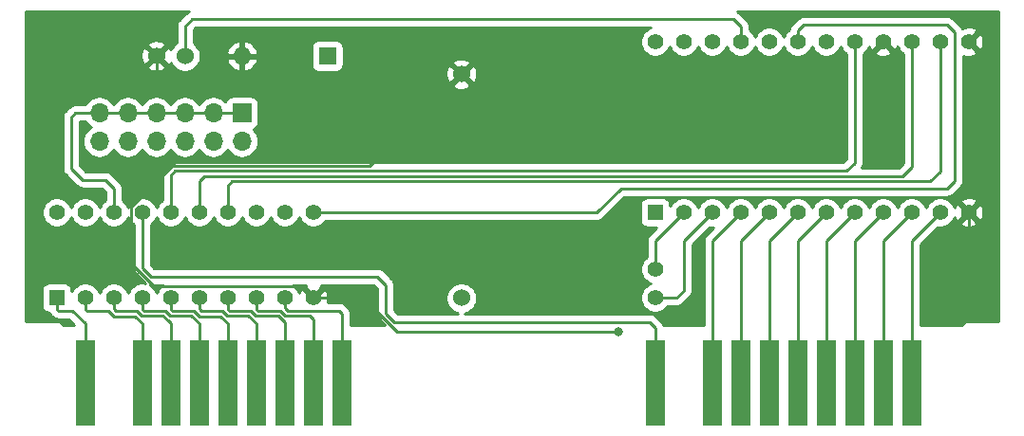
<source format=gtl>
G04 #@! TF.GenerationSoftware,KiCad,Pcbnew,(5.1.4)-1*
G04 #@! TF.CreationDate,2020-05-29T14:17:48+02:00*
G04 #@! TF.ProjectId,RTC8088,52544338-3038-4382-9e6b-696361645f70,rev?*
G04 #@! TF.SameCoordinates,Original*
G04 #@! TF.FileFunction,Copper,L1,Top*
G04 #@! TF.FilePolarity,Positive*
%FSLAX46Y46*%
G04 Gerber Fmt 4.6, Leading zero omitted, Abs format (unit mm)*
G04 Created by KiCad (PCBNEW (5.1.4)-1) date 2020-05-29 14:17:48*
%MOMM*%
%LPD*%
G04 APERTURE LIST*
%ADD10O,1.600000X1.600000*%
%ADD11R,1.600000X1.600000*%
%ADD12R,1.397000X1.397000*%
%ADD13C,1.397000*%
%ADD14R,1.778000X7.620000*%
%ADD15C,1.524000*%
%ADD16R,1.700000X1.700000*%
%ADD17O,1.700000X1.700000*%
%ADD18C,0.800000*%
%ADD19C,0.250000*%
%ADD20C,0.254000*%
G04 APERTURE END LIST*
D10*
X121920000Y-73660000D03*
D11*
X129540000Y-73660000D03*
D12*
X105410000Y-95250000D03*
D13*
X107950000Y-95250000D03*
X110490000Y-95250000D03*
X113030000Y-95250000D03*
X115570000Y-95250000D03*
X118110000Y-95250000D03*
X120650000Y-95250000D03*
X123190000Y-95250000D03*
X125730000Y-95250000D03*
X128270000Y-95250000D03*
X128270000Y-87630000D03*
X125730000Y-87630000D03*
X123190000Y-87630000D03*
X120650000Y-87630000D03*
X118110000Y-87630000D03*
X115570000Y-87630000D03*
X113030000Y-87630000D03*
X110490000Y-87630000D03*
X107950000Y-87630000D03*
X105410000Y-87630000D03*
D14*
X181610000Y-102870000D03*
X179070000Y-102870000D03*
X176530000Y-102870000D03*
X173990000Y-102870000D03*
X171450000Y-102870000D03*
X168910000Y-102870000D03*
X166370000Y-102870000D03*
X163830000Y-102870000D03*
X158750000Y-102870000D03*
X130810000Y-102870000D03*
X128270000Y-102870000D03*
X125730000Y-102870000D03*
X123190000Y-102870000D03*
X120650000Y-102870000D03*
X118110000Y-102870000D03*
X115570000Y-102870000D03*
X113030000Y-102870000D03*
X107950000Y-102870000D03*
D15*
X141484806Y-75280520D03*
X141484806Y-95280480D03*
X116840000Y-73660000D03*
X114300000Y-73660000D03*
D12*
X158750000Y-87630000D03*
D13*
X161290000Y-87630000D03*
X163830000Y-87630000D03*
X166370000Y-87630000D03*
X168910000Y-87630000D03*
X171450000Y-87630000D03*
X173990000Y-87630000D03*
X176530000Y-87630000D03*
X179070000Y-87630000D03*
X181610000Y-87630000D03*
X184150000Y-87630000D03*
X186690000Y-87630000D03*
X186690000Y-72390000D03*
X184150000Y-72390000D03*
X181610000Y-72390000D03*
X179070000Y-72390000D03*
X176530000Y-72390000D03*
X173990000Y-72390000D03*
X171450000Y-72390000D03*
X168910000Y-72390000D03*
X166370000Y-72390000D03*
X163830000Y-72390000D03*
X161290000Y-72390000D03*
X158750000Y-72390000D03*
X158750000Y-95250000D03*
X158750000Y-92710000D03*
D16*
X121920000Y-78740000D03*
D17*
X121920000Y-81280000D03*
X119380000Y-78740000D03*
X119380000Y-81280000D03*
X116840000Y-78740000D03*
X116840000Y-81280000D03*
X114300000Y-78740000D03*
X114300000Y-81280000D03*
X111760000Y-78740000D03*
X111760000Y-81280000D03*
X109220000Y-78740000D03*
X109220000Y-81280000D03*
D18*
X187452000Y-94869000D03*
X155448000Y-98298000D03*
X106680000Y-92202000D03*
D19*
X127571501Y-94551501D02*
X128270000Y-95250000D01*
X127246499Y-94226499D02*
X127571501Y-94551501D01*
X114037089Y-94226499D02*
X127246499Y-94226499D01*
X112006499Y-87138719D02*
X112006499Y-92195909D01*
X133279355Y-83485971D02*
X115659247Y-83485971D01*
X112006499Y-92195909D02*
X114037089Y-94226499D01*
X115659247Y-83485971D02*
X112006499Y-87138719D01*
X141484806Y-75280520D02*
X133279355Y-83485971D01*
X107251776Y-92195909D02*
X112006499Y-92195909D01*
X107245685Y-92202000D02*
X107251776Y-92195909D01*
X106680000Y-92202000D02*
X107245685Y-92202000D01*
X154882315Y-98298000D02*
X155448000Y-98298000D01*
X135761590Y-98298000D02*
X154882315Y-98298000D01*
X132713590Y-95250000D02*
X135761590Y-98298000D01*
X128270000Y-95250000D02*
X132713590Y-95250000D01*
X186690000Y-94107000D02*
X186690000Y-87630000D01*
X187452000Y-94869000D02*
X186690000Y-94107000D01*
X121920000Y-73660000D02*
X121920000Y-74930000D01*
X121920000Y-74930000D02*
X120650000Y-76200000D01*
X120650000Y-76200000D02*
X115570000Y-76200000D01*
X115570000Y-76200000D02*
X114300000Y-74930000D01*
X114300000Y-74930000D02*
X114300000Y-73660000D01*
X166370000Y-70993000D02*
X166370000Y-72390000D01*
X165735000Y-70358000D02*
X166370000Y-70993000D01*
X117475000Y-70358000D02*
X165735000Y-70358000D01*
X116840000Y-73533000D02*
X116840000Y-70993000D01*
X116840000Y-70993000D02*
X117475000Y-70358000D01*
X158750000Y-90170000D02*
X161290000Y-87630000D01*
X158750000Y-92710000D02*
X158750000Y-90170000D01*
X158750000Y-95250000D02*
X160655000Y-95250000D01*
X160655000Y-95250000D02*
X161290000Y-94615000D01*
X161290000Y-90170000D02*
X163830000Y-87630000D01*
X161290000Y-94615000D02*
X161290000Y-90170000D01*
X181610000Y-90170000D02*
X184150000Y-87630000D01*
X181610000Y-102870000D02*
X181610000Y-90170000D01*
X179070000Y-102870000D02*
X179070000Y-98810000D01*
X179070000Y-90170000D02*
X181610000Y-87630000D01*
X179070000Y-102870000D02*
X179070000Y-90170000D01*
X176530000Y-90170000D02*
X179070000Y-87630000D01*
X176530000Y-102870000D02*
X176530000Y-90170000D01*
X173990000Y-90170000D02*
X176530000Y-87630000D01*
X173990000Y-102870000D02*
X173990000Y-90170000D01*
X171450000Y-90170000D02*
X173990000Y-87630000D01*
X171450000Y-102870000D02*
X171450000Y-90170000D01*
X168910000Y-90170000D02*
X171450000Y-87630000D01*
X168910000Y-102870000D02*
X168910000Y-90170000D01*
X166370000Y-90170000D02*
X168910000Y-87630000D01*
X166370000Y-102870000D02*
X166370000Y-90170000D01*
X163830000Y-90170000D02*
X166370000Y-87630000D01*
X163830000Y-102870000D02*
X163830000Y-90170000D01*
X113030000Y-92583000D02*
X113030000Y-87630000D01*
X133985000Y-93345000D02*
X113792000Y-93345000D01*
X158750000Y-97917000D02*
X158242000Y-97409000D01*
X158750000Y-102870000D02*
X158750000Y-97917000D01*
X158242000Y-97409000D02*
X135509000Y-97409000D01*
X135509000Y-97409000D02*
X134747000Y-96647000D01*
X113792000Y-93345000D02*
X113030000Y-92583000D01*
X134747000Y-96647000D02*
X134747000Y-94107000D01*
X134747000Y-94107000D02*
X133985000Y-93345000D01*
X130810000Y-102870000D02*
X130810000Y-96647000D01*
X130810000Y-96647000D02*
X130556000Y-96393000D01*
X125730000Y-95250000D02*
X125730000Y-96139000D01*
X125730000Y-96139000D02*
X125984000Y-96393000D01*
X125984000Y-96393000D02*
X130556000Y-96393000D01*
X128270000Y-102870000D02*
X128270000Y-97155000D01*
X123190000Y-96237828D02*
X123190000Y-95250000D01*
X128270000Y-97155000D02*
X127958010Y-96843010D01*
X127958010Y-96843010D02*
X125797599Y-96843009D01*
X125797599Y-96843009D02*
X125347590Y-96393000D01*
X125347590Y-96393000D02*
X123345172Y-96393000D01*
X123345172Y-96393000D02*
X123190000Y-96237828D01*
X120650000Y-96266000D02*
X120650000Y-95250000D01*
X120777000Y-96393000D02*
X120650000Y-96266000D01*
X122682000Y-96393000D02*
X120777000Y-96393000D01*
X125730000Y-97409000D02*
X125614019Y-97293019D01*
X125730000Y-102870000D02*
X125730000Y-97409000D01*
X125614019Y-97293019D02*
X125611198Y-97293018D01*
X125611198Y-97293018D02*
X125161190Y-96843010D01*
X125161190Y-96843010D02*
X123132010Y-96843010D01*
X123132010Y-96843010D02*
X122682000Y-96393000D01*
X123190000Y-97537410D02*
X122495600Y-96843010D01*
X123190000Y-102870000D02*
X123190000Y-97537410D01*
X122495600Y-96843010D02*
X120590599Y-96843009D01*
X120590599Y-96843009D02*
X120199991Y-96452401D01*
X118110000Y-96266000D02*
X118110000Y-95250000D01*
X120199991Y-96452401D02*
X118296401Y-96452401D01*
X118296401Y-96452401D02*
X118110000Y-96266000D01*
X120650000Y-97663000D02*
X120650000Y-102870000D01*
X120650000Y-97538820D02*
X120650000Y-97663000D01*
X115570000Y-95250000D02*
X115570000Y-96266000D01*
X115570000Y-96266000D02*
X115697000Y-96393000D01*
X115697000Y-96393000D02*
X117600590Y-96393000D01*
X117600590Y-96393000D02*
X118110001Y-96902411D01*
X118110001Y-96902411D02*
X120013591Y-96902411D01*
X120013591Y-96902411D02*
X120650000Y-97538820D01*
X113030000Y-96266000D02*
X113030000Y-95250000D01*
X118110000Y-102870000D02*
X118110000Y-97538820D01*
X117414190Y-96843010D02*
X115510599Y-96843009D01*
X115510599Y-96843009D02*
X115062000Y-96394410D01*
X118110000Y-97538820D02*
X117414190Y-96843010D01*
X115062000Y-96394410D02*
X113158410Y-96394410D01*
X113158410Y-96394410D02*
X113030000Y-96266000D01*
X115570000Y-97538818D02*
X115324198Y-97293018D01*
X115570000Y-102870000D02*
X115570000Y-97538818D01*
X112972009Y-96844419D02*
X112579991Y-96452401D01*
X115324198Y-97293018D02*
X114875600Y-96844420D01*
X114875600Y-96844420D02*
X112972009Y-96844419D01*
X112579991Y-96452401D02*
X110676401Y-96452401D01*
X110490000Y-96266000D02*
X110490000Y-95250000D01*
X110676401Y-96452401D02*
X110490000Y-96266000D01*
X113030000Y-102870000D02*
X113030000Y-97538818D01*
X113030000Y-97538818D02*
X112393593Y-96902411D01*
X112393593Y-96902411D02*
X110490000Y-96902410D01*
X107950000Y-96237828D02*
X107950000Y-95250000D01*
X109980590Y-96393000D02*
X108105172Y-96393000D01*
X110490000Y-96902410D02*
X109980590Y-96393000D01*
X108105172Y-96393000D02*
X107950000Y-96237828D01*
X105410000Y-96266000D02*
X105410000Y-95250000D01*
X105537000Y-96393000D02*
X105410000Y-96266000D01*
X106807000Y-96393000D02*
X105537000Y-96393000D01*
X107950000Y-102870000D02*
X107950000Y-97536000D01*
X107950000Y-97536000D02*
X106807000Y-96393000D01*
X121920000Y-78740000D02*
X119380000Y-78740000D01*
X118177919Y-78740000D02*
X116840000Y-78740000D01*
X119380000Y-78740000D02*
X118177919Y-78740000D01*
X115637919Y-78740000D02*
X114300000Y-78740000D01*
X116840000Y-78740000D02*
X115637919Y-78740000D01*
X113097919Y-78740000D02*
X111760000Y-78740000D01*
X114300000Y-78740000D02*
X113097919Y-78740000D01*
X111760000Y-78740000D02*
X109220000Y-78740000D01*
X110490000Y-87630000D02*
X110490000Y-85471000D01*
X110490000Y-85471000D02*
X109728000Y-84709000D01*
X109728000Y-84709000D02*
X107696000Y-84709000D01*
X107696000Y-84709000D02*
X106680000Y-83693000D01*
X106680000Y-83693000D02*
X106680000Y-79121000D01*
X107061000Y-78740000D02*
X109220000Y-78740000D01*
X106680000Y-79121000D02*
X107061000Y-78740000D01*
X184150000Y-83947000D02*
X184150000Y-72390000D01*
X183261000Y-84836000D02*
X184150000Y-83947000D01*
X121031000Y-84836000D02*
X183261000Y-84836000D01*
X120650000Y-87630000D02*
X120650000Y-85217000D01*
X120650000Y-85217000D02*
X121031000Y-84836000D01*
X181610000Y-83566000D02*
X181610000Y-72390000D01*
X180790010Y-84385990D02*
X181610000Y-83566000D01*
X118560010Y-84385990D02*
X180790010Y-84385990D01*
X118110000Y-87630000D02*
X118110000Y-84836000D01*
X118110000Y-84836000D02*
X118560010Y-84385990D01*
X176530000Y-83185000D02*
X176530000Y-72390000D01*
X175779020Y-83935980D02*
X176530000Y-83185000D01*
X115962020Y-83935980D02*
X175779020Y-83935980D01*
X115570000Y-87630000D02*
X115570000Y-84328000D01*
X115570000Y-84328000D02*
X115962020Y-83935980D01*
X171450000Y-71374000D02*
X171450000Y-72390000D01*
X171958000Y-70866000D02*
X171450000Y-71374000D01*
X184785000Y-70866000D02*
X171958000Y-70866000D01*
X153543000Y-87630000D02*
X155702000Y-85471000D01*
X128270000Y-87630000D02*
X153543000Y-87630000D01*
X155702000Y-85471000D02*
X184785000Y-85471000D01*
X184785000Y-85471000D02*
X185420000Y-84836000D01*
X185420000Y-84836000D02*
X185420000Y-71501000D01*
X185420000Y-71501000D02*
X184785000Y-70866000D01*
D20*
G36*
X189340001Y-97340000D02*
G01*
X186722419Y-97340000D01*
X186690000Y-97336807D01*
X186657581Y-97340000D01*
X186560617Y-97349550D01*
X186436207Y-97387290D01*
X186321550Y-97448575D01*
X186221052Y-97531052D01*
X186138575Y-97631550D01*
X186121765Y-97663000D01*
X182370000Y-97663000D01*
X182370000Y-90484801D01*
X183912433Y-88942370D01*
X184018662Y-88963500D01*
X184281338Y-88963500D01*
X184538968Y-88912254D01*
X184781649Y-88811732D01*
X185000057Y-88665797D01*
X185115657Y-88550197D01*
X185949408Y-88550197D01*
X186008686Y-88783812D01*
X186246875Y-88894559D01*
X186502093Y-88956711D01*
X186764533Y-88967876D01*
X187024107Y-88927629D01*
X187270842Y-88837514D01*
X187371314Y-88783812D01*
X187430592Y-88550197D01*
X186690000Y-87809605D01*
X185949408Y-88550197D01*
X185115657Y-88550197D01*
X185185797Y-88480057D01*
X185331732Y-88261649D01*
X185421707Y-88044430D01*
X185482486Y-88210842D01*
X185536188Y-88311314D01*
X185769803Y-88370592D01*
X186510395Y-87630000D01*
X186869605Y-87630000D01*
X187610197Y-88370592D01*
X187843812Y-88311314D01*
X187954559Y-88073125D01*
X188016711Y-87817907D01*
X188027876Y-87555467D01*
X187987629Y-87295893D01*
X187897514Y-87049158D01*
X187843812Y-86948686D01*
X187610197Y-86889408D01*
X186869605Y-87630000D01*
X186510395Y-87630000D01*
X185769803Y-86889408D01*
X185536188Y-86948686D01*
X185425441Y-87186875D01*
X185419658Y-87210622D01*
X185331732Y-86998351D01*
X185185797Y-86779943D01*
X185115657Y-86709803D01*
X185949408Y-86709803D01*
X186690000Y-87450395D01*
X187430592Y-86709803D01*
X187371314Y-86476188D01*
X187133125Y-86365441D01*
X186877907Y-86303289D01*
X186615467Y-86292124D01*
X186355893Y-86332371D01*
X186109158Y-86422486D01*
X186008686Y-86476188D01*
X185949408Y-86709803D01*
X185115657Y-86709803D01*
X185000057Y-86594203D01*
X184781649Y-86448268D01*
X184538968Y-86347746D01*
X184281338Y-86296500D01*
X184018662Y-86296500D01*
X183761032Y-86347746D01*
X183518351Y-86448268D01*
X183299943Y-86594203D01*
X183114203Y-86779943D01*
X182968268Y-86998351D01*
X182880000Y-87211448D01*
X182791732Y-86998351D01*
X182645797Y-86779943D01*
X182460057Y-86594203D01*
X182241649Y-86448268D01*
X181998968Y-86347746D01*
X181741338Y-86296500D01*
X181478662Y-86296500D01*
X181221032Y-86347746D01*
X180978351Y-86448268D01*
X180759943Y-86594203D01*
X180574203Y-86779943D01*
X180428268Y-86998351D01*
X180340000Y-87211448D01*
X180251732Y-86998351D01*
X180105797Y-86779943D01*
X179920057Y-86594203D01*
X179701649Y-86448268D01*
X179458968Y-86347746D01*
X179201338Y-86296500D01*
X178938662Y-86296500D01*
X178681032Y-86347746D01*
X178438351Y-86448268D01*
X178219943Y-86594203D01*
X178034203Y-86779943D01*
X177888268Y-86998351D01*
X177800000Y-87211448D01*
X177711732Y-86998351D01*
X177565797Y-86779943D01*
X177380057Y-86594203D01*
X177161649Y-86448268D01*
X176918968Y-86347746D01*
X176661338Y-86296500D01*
X176398662Y-86296500D01*
X176141032Y-86347746D01*
X175898351Y-86448268D01*
X175679943Y-86594203D01*
X175494203Y-86779943D01*
X175348268Y-86998351D01*
X175260000Y-87211448D01*
X175171732Y-86998351D01*
X175025797Y-86779943D01*
X174840057Y-86594203D01*
X174621649Y-86448268D01*
X174378968Y-86347746D01*
X174121338Y-86296500D01*
X173858662Y-86296500D01*
X173601032Y-86347746D01*
X173358351Y-86448268D01*
X173139943Y-86594203D01*
X172954203Y-86779943D01*
X172808268Y-86998351D01*
X172720000Y-87211448D01*
X172631732Y-86998351D01*
X172485797Y-86779943D01*
X172300057Y-86594203D01*
X172081649Y-86448268D01*
X171838968Y-86347746D01*
X171581338Y-86296500D01*
X171318662Y-86296500D01*
X171061032Y-86347746D01*
X170818351Y-86448268D01*
X170599943Y-86594203D01*
X170414203Y-86779943D01*
X170268268Y-86998351D01*
X170180000Y-87211448D01*
X170091732Y-86998351D01*
X169945797Y-86779943D01*
X169760057Y-86594203D01*
X169541649Y-86448268D01*
X169298968Y-86347746D01*
X169041338Y-86296500D01*
X168778662Y-86296500D01*
X168521032Y-86347746D01*
X168278351Y-86448268D01*
X168059943Y-86594203D01*
X167874203Y-86779943D01*
X167728268Y-86998351D01*
X167640000Y-87211448D01*
X167551732Y-86998351D01*
X167405797Y-86779943D01*
X167220057Y-86594203D01*
X167001649Y-86448268D01*
X166758968Y-86347746D01*
X166501338Y-86296500D01*
X166238662Y-86296500D01*
X165981032Y-86347746D01*
X165738351Y-86448268D01*
X165519943Y-86594203D01*
X165334203Y-86779943D01*
X165188268Y-86998351D01*
X165100000Y-87211448D01*
X165011732Y-86998351D01*
X164865797Y-86779943D01*
X164680057Y-86594203D01*
X164461649Y-86448268D01*
X164218968Y-86347746D01*
X163961338Y-86296500D01*
X163698662Y-86296500D01*
X163441032Y-86347746D01*
X163198351Y-86448268D01*
X162979943Y-86594203D01*
X162794203Y-86779943D01*
X162648268Y-86998351D01*
X162560000Y-87211448D01*
X162471732Y-86998351D01*
X162325797Y-86779943D01*
X162140057Y-86594203D01*
X161921649Y-86448268D01*
X161678968Y-86347746D01*
X161421338Y-86296500D01*
X161158662Y-86296500D01*
X160901032Y-86347746D01*
X160658351Y-86448268D01*
X160439943Y-86594203D01*
X160254203Y-86779943D01*
X160108268Y-86998351D01*
X160086572Y-87050730D01*
X160086572Y-86931500D01*
X160074312Y-86807018D01*
X160038002Y-86687320D01*
X159979037Y-86577006D01*
X159899685Y-86480315D01*
X159802994Y-86400963D01*
X159692680Y-86341998D01*
X159572982Y-86305688D01*
X159448500Y-86293428D01*
X158051500Y-86293428D01*
X157927018Y-86305688D01*
X157807320Y-86341998D01*
X157697006Y-86400963D01*
X157600315Y-86480315D01*
X157520963Y-86577006D01*
X157461998Y-86687320D01*
X157425688Y-86807018D01*
X157413428Y-86931500D01*
X157413428Y-88328500D01*
X157425688Y-88452982D01*
X157461998Y-88572680D01*
X157520963Y-88682994D01*
X157600315Y-88779685D01*
X157697006Y-88859037D01*
X157807320Y-88918002D01*
X157927018Y-88954312D01*
X158051500Y-88966572D01*
X158878626Y-88966572D01*
X158238998Y-89606201D01*
X158210000Y-89629999D01*
X158186202Y-89658997D01*
X158186201Y-89658998D01*
X158115026Y-89745724D01*
X158044454Y-89877754D01*
X158000998Y-90021015D01*
X157986324Y-90170000D01*
X157990001Y-90207332D01*
X157990000Y-91614029D01*
X157899943Y-91674203D01*
X157714203Y-91859943D01*
X157568268Y-92078351D01*
X157467746Y-92321032D01*
X157416500Y-92578662D01*
X157416500Y-92841338D01*
X157467746Y-93098968D01*
X157568268Y-93341649D01*
X157714203Y-93560057D01*
X157899943Y-93745797D01*
X158118351Y-93891732D01*
X158331448Y-93980000D01*
X158118351Y-94068268D01*
X157899943Y-94214203D01*
X157714203Y-94399943D01*
X157568268Y-94618351D01*
X157467746Y-94861032D01*
X157416500Y-95118662D01*
X157416500Y-95381338D01*
X157467746Y-95638968D01*
X157568268Y-95881649D01*
X157714203Y-96100057D01*
X157899943Y-96285797D01*
X158118351Y-96431732D01*
X158361032Y-96532254D01*
X158618662Y-96583500D01*
X158881338Y-96583500D01*
X159138968Y-96532254D01*
X159381649Y-96431732D01*
X159600057Y-96285797D01*
X159785797Y-96100057D01*
X159845971Y-96010000D01*
X160617678Y-96010000D01*
X160655000Y-96013676D01*
X160692322Y-96010000D01*
X160692333Y-96010000D01*
X160803986Y-95999003D01*
X160947247Y-95955546D01*
X161079276Y-95884974D01*
X161195001Y-95790001D01*
X161218803Y-95760998D01*
X161801004Y-95178798D01*
X161830001Y-95155001D01*
X161924974Y-95039276D01*
X161995546Y-94907247D01*
X162039003Y-94763986D01*
X162050000Y-94652333D01*
X162050000Y-94652332D01*
X162053677Y-94615000D01*
X162050000Y-94577667D01*
X162050000Y-90484801D01*
X163592433Y-88942370D01*
X163698662Y-88963500D01*
X163961338Y-88963500D01*
X163961788Y-88963410D01*
X163318998Y-89606201D01*
X163290000Y-89629999D01*
X163266202Y-89658997D01*
X163266201Y-89658998D01*
X163195026Y-89745724D01*
X163124454Y-89877754D01*
X163080998Y-90021015D01*
X163066324Y-90170000D01*
X163070001Y-90207332D01*
X163070000Y-97663000D01*
X159467148Y-97663000D01*
X159455546Y-97624753D01*
X159384974Y-97492724D01*
X159290001Y-97376999D01*
X159261002Y-97353200D01*
X158805803Y-96898002D01*
X158782001Y-96868999D01*
X158666276Y-96774026D01*
X158534247Y-96703454D01*
X158390986Y-96659997D01*
X158279333Y-96649000D01*
X158279322Y-96649000D01*
X158242000Y-96645324D01*
X158204678Y-96649000D01*
X141765577Y-96649000D01*
X141892296Y-96623794D01*
X142146533Y-96518485D01*
X142375341Y-96365600D01*
X142569926Y-96171015D01*
X142722811Y-95942207D01*
X142828120Y-95687970D01*
X142881806Y-95418072D01*
X142881806Y-95142888D01*
X142828120Y-94872990D01*
X142722811Y-94618753D01*
X142569926Y-94389945D01*
X142375341Y-94195360D01*
X142146533Y-94042475D01*
X141892296Y-93937166D01*
X141622398Y-93883480D01*
X141347214Y-93883480D01*
X141077316Y-93937166D01*
X140823079Y-94042475D01*
X140594271Y-94195360D01*
X140399686Y-94389945D01*
X140246801Y-94618753D01*
X140141492Y-94872990D01*
X140087806Y-95142888D01*
X140087806Y-95418072D01*
X140141492Y-95687970D01*
X140246801Y-95942207D01*
X140399686Y-96171015D01*
X140594271Y-96365600D01*
X140823079Y-96518485D01*
X141077316Y-96623794D01*
X141204035Y-96649000D01*
X135823802Y-96649000D01*
X135507000Y-96332199D01*
X135507000Y-94144325D01*
X135510676Y-94107000D01*
X135507000Y-94069675D01*
X135507000Y-94069667D01*
X135496003Y-93958014D01*
X135452546Y-93814753D01*
X135381974Y-93682724D01*
X135287001Y-93566999D01*
X135258002Y-93543201D01*
X134548803Y-92834002D01*
X134525001Y-92804999D01*
X134409276Y-92710026D01*
X134277247Y-92639454D01*
X134133986Y-92595997D01*
X134022333Y-92585000D01*
X134022322Y-92585000D01*
X133985000Y-92581324D01*
X133947678Y-92585000D01*
X114106802Y-92585000D01*
X113790000Y-92268199D01*
X113790000Y-88725971D01*
X113880057Y-88665797D01*
X114065797Y-88480057D01*
X114211732Y-88261649D01*
X114300000Y-88048552D01*
X114388268Y-88261649D01*
X114534203Y-88480057D01*
X114719943Y-88665797D01*
X114938351Y-88811732D01*
X115181032Y-88912254D01*
X115438662Y-88963500D01*
X115701338Y-88963500D01*
X115958968Y-88912254D01*
X116201649Y-88811732D01*
X116420057Y-88665797D01*
X116605797Y-88480057D01*
X116751732Y-88261649D01*
X116840000Y-88048552D01*
X116928268Y-88261649D01*
X117074203Y-88480057D01*
X117259943Y-88665797D01*
X117478351Y-88811732D01*
X117721032Y-88912254D01*
X117978662Y-88963500D01*
X118241338Y-88963500D01*
X118498968Y-88912254D01*
X118741649Y-88811732D01*
X118960057Y-88665797D01*
X119145797Y-88480057D01*
X119291732Y-88261649D01*
X119380000Y-88048552D01*
X119468268Y-88261649D01*
X119614203Y-88480057D01*
X119799943Y-88665797D01*
X120018351Y-88811732D01*
X120261032Y-88912254D01*
X120518662Y-88963500D01*
X120781338Y-88963500D01*
X121038968Y-88912254D01*
X121281649Y-88811732D01*
X121500057Y-88665797D01*
X121685797Y-88480057D01*
X121831732Y-88261649D01*
X121920000Y-88048552D01*
X122008268Y-88261649D01*
X122154203Y-88480057D01*
X122339943Y-88665797D01*
X122558351Y-88811732D01*
X122801032Y-88912254D01*
X123058662Y-88963500D01*
X123321338Y-88963500D01*
X123578968Y-88912254D01*
X123821649Y-88811732D01*
X124040057Y-88665797D01*
X124225797Y-88480057D01*
X124371732Y-88261649D01*
X124460000Y-88048552D01*
X124548268Y-88261649D01*
X124694203Y-88480057D01*
X124879943Y-88665797D01*
X125098351Y-88811732D01*
X125341032Y-88912254D01*
X125598662Y-88963500D01*
X125861338Y-88963500D01*
X126118968Y-88912254D01*
X126361649Y-88811732D01*
X126580057Y-88665797D01*
X126765797Y-88480057D01*
X126911732Y-88261649D01*
X127000000Y-88048552D01*
X127088268Y-88261649D01*
X127234203Y-88480057D01*
X127419943Y-88665797D01*
X127638351Y-88811732D01*
X127881032Y-88912254D01*
X128138662Y-88963500D01*
X128401338Y-88963500D01*
X128658968Y-88912254D01*
X128901649Y-88811732D01*
X129120057Y-88665797D01*
X129305797Y-88480057D01*
X129365971Y-88390000D01*
X153505678Y-88390000D01*
X153543000Y-88393676D01*
X153580322Y-88390000D01*
X153580333Y-88390000D01*
X153691986Y-88379003D01*
X153835247Y-88335546D01*
X153967276Y-88264974D01*
X154083001Y-88170001D01*
X154106804Y-88140997D01*
X156016802Y-86231000D01*
X184747678Y-86231000D01*
X184785000Y-86234676D01*
X184822322Y-86231000D01*
X184822333Y-86231000D01*
X184933986Y-86220003D01*
X185077247Y-86176546D01*
X185209276Y-86105974D01*
X185325001Y-86011001D01*
X185348803Y-85981998D01*
X185931004Y-85399798D01*
X185960001Y-85376001D01*
X186054974Y-85260276D01*
X186125546Y-85128247D01*
X186169003Y-84984986D01*
X186180000Y-84873333D01*
X186180000Y-84873332D01*
X186183677Y-84836000D01*
X186180000Y-84798667D01*
X186180000Y-73623465D01*
X186246875Y-73654559D01*
X186502093Y-73716711D01*
X186764533Y-73727876D01*
X187024107Y-73687629D01*
X187270842Y-73597514D01*
X187371314Y-73543812D01*
X187430592Y-73310197D01*
X186690000Y-72569605D01*
X186675858Y-72583748D01*
X186496253Y-72404143D01*
X186510395Y-72390000D01*
X186869605Y-72390000D01*
X187610197Y-73130592D01*
X187843812Y-73071314D01*
X187954559Y-72833125D01*
X188016711Y-72577907D01*
X188027876Y-72315467D01*
X187987629Y-72055893D01*
X187897514Y-71809158D01*
X187843812Y-71708686D01*
X187610197Y-71649408D01*
X186869605Y-72390000D01*
X186510395Y-72390000D01*
X186496253Y-72375858D01*
X186675858Y-72196253D01*
X186690000Y-72210395D01*
X187430592Y-71469803D01*
X187371314Y-71236188D01*
X187133125Y-71125441D01*
X186877907Y-71063289D01*
X186615467Y-71052124D01*
X186355893Y-71092371D01*
X186111122Y-71181769D01*
X186054974Y-71076724D01*
X186004306Y-71014985D01*
X185960001Y-70960999D01*
X185931002Y-70937200D01*
X185348803Y-70355002D01*
X185325001Y-70325999D01*
X185209276Y-70231026D01*
X185077247Y-70160454D01*
X184933986Y-70116997D01*
X184822333Y-70106000D01*
X184822322Y-70106000D01*
X184785000Y-70102324D01*
X184747678Y-70106000D01*
X171995322Y-70106000D01*
X171957999Y-70102324D01*
X171920676Y-70106000D01*
X171920667Y-70106000D01*
X171809014Y-70116997D01*
X171665753Y-70160454D01*
X171533724Y-70231026D01*
X171417999Y-70325999D01*
X171394200Y-70354998D01*
X170939002Y-70810197D01*
X170909999Y-70833999D01*
X170857474Y-70898001D01*
X170815026Y-70949724D01*
X170747143Y-71076724D01*
X170744454Y-71081754D01*
X170700997Y-71225015D01*
X170694495Y-71291025D01*
X170599943Y-71354203D01*
X170414203Y-71539943D01*
X170268268Y-71758351D01*
X170180000Y-71971448D01*
X170091732Y-71758351D01*
X169945797Y-71539943D01*
X169760057Y-71354203D01*
X169541649Y-71208268D01*
X169298968Y-71107746D01*
X169041338Y-71056500D01*
X168778662Y-71056500D01*
X168521032Y-71107746D01*
X168278351Y-71208268D01*
X168059943Y-71354203D01*
X167874203Y-71539943D01*
X167728268Y-71758351D01*
X167640000Y-71971448D01*
X167551732Y-71758351D01*
X167405797Y-71539943D01*
X167220057Y-71354203D01*
X167130000Y-71294029D01*
X167130000Y-71030333D01*
X167133677Y-70993000D01*
X167119003Y-70844014D01*
X167075546Y-70700753D01*
X167004974Y-70568724D01*
X166933799Y-70481997D01*
X166910001Y-70452999D01*
X166881004Y-70429202D01*
X166298803Y-69847002D01*
X166275001Y-69817999D01*
X166159276Y-69723026D01*
X166041364Y-69660000D01*
X189340000Y-69660000D01*
X189340001Y-97340000D01*
X189340001Y-97340000D01*
G37*
X189340001Y-97340000D02*
X186722419Y-97340000D01*
X186690000Y-97336807D01*
X186657581Y-97340000D01*
X186560617Y-97349550D01*
X186436207Y-97387290D01*
X186321550Y-97448575D01*
X186221052Y-97531052D01*
X186138575Y-97631550D01*
X186121765Y-97663000D01*
X182370000Y-97663000D01*
X182370000Y-90484801D01*
X183912433Y-88942370D01*
X184018662Y-88963500D01*
X184281338Y-88963500D01*
X184538968Y-88912254D01*
X184781649Y-88811732D01*
X185000057Y-88665797D01*
X185115657Y-88550197D01*
X185949408Y-88550197D01*
X186008686Y-88783812D01*
X186246875Y-88894559D01*
X186502093Y-88956711D01*
X186764533Y-88967876D01*
X187024107Y-88927629D01*
X187270842Y-88837514D01*
X187371314Y-88783812D01*
X187430592Y-88550197D01*
X186690000Y-87809605D01*
X185949408Y-88550197D01*
X185115657Y-88550197D01*
X185185797Y-88480057D01*
X185331732Y-88261649D01*
X185421707Y-88044430D01*
X185482486Y-88210842D01*
X185536188Y-88311314D01*
X185769803Y-88370592D01*
X186510395Y-87630000D01*
X186869605Y-87630000D01*
X187610197Y-88370592D01*
X187843812Y-88311314D01*
X187954559Y-88073125D01*
X188016711Y-87817907D01*
X188027876Y-87555467D01*
X187987629Y-87295893D01*
X187897514Y-87049158D01*
X187843812Y-86948686D01*
X187610197Y-86889408D01*
X186869605Y-87630000D01*
X186510395Y-87630000D01*
X185769803Y-86889408D01*
X185536188Y-86948686D01*
X185425441Y-87186875D01*
X185419658Y-87210622D01*
X185331732Y-86998351D01*
X185185797Y-86779943D01*
X185115657Y-86709803D01*
X185949408Y-86709803D01*
X186690000Y-87450395D01*
X187430592Y-86709803D01*
X187371314Y-86476188D01*
X187133125Y-86365441D01*
X186877907Y-86303289D01*
X186615467Y-86292124D01*
X186355893Y-86332371D01*
X186109158Y-86422486D01*
X186008686Y-86476188D01*
X185949408Y-86709803D01*
X185115657Y-86709803D01*
X185000057Y-86594203D01*
X184781649Y-86448268D01*
X184538968Y-86347746D01*
X184281338Y-86296500D01*
X184018662Y-86296500D01*
X183761032Y-86347746D01*
X183518351Y-86448268D01*
X183299943Y-86594203D01*
X183114203Y-86779943D01*
X182968268Y-86998351D01*
X182880000Y-87211448D01*
X182791732Y-86998351D01*
X182645797Y-86779943D01*
X182460057Y-86594203D01*
X182241649Y-86448268D01*
X181998968Y-86347746D01*
X181741338Y-86296500D01*
X181478662Y-86296500D01*
X181221032Y-86347746D01*
X180978351Y-86448268D01*
X180759943Y-86594203D01*
X180574203Y-86779943D01*
X180428268Y-86998351D01*
X180340000Y-87211448D01*
X180251732Y-86998351D01*
X180105797Y-86779943D01*
X179920057Y-86594203D01*
X179701649Y-86448268D01*
X179458968Y-86347746D01*
X179201338Y-86296500D01*
X178938662Y-86296500D01*
X178681032Y-86347746D01*
X178438351Y-86448268D01*
X178219943Y-86594203D01*
X178034203Y-86779943D01*
X177888268Y-86998351D01*
X177800000Y-87211448D01*
X177711732Y-86998351D01*
X177565797Y-86779943D01*
X177380057Y-86594203D01*
X177161649Y-86448268D01*
X176918968Y-86347746D01*
X176661338Y-86296500D01*
X176398662Y-86296500D01*
X176141032Y-86347746D01*
X175898351Y-86448268D01*
X175679943Y-86594203D01*
X175494203Y-86779943D01*
X175348268Y-86998351D01*
X175260000Y-87211448D01*
X175171732Y-86998351D01*
X175025797Y-86779943D01*
X174840057Y-86594203D01*
X174621649Y-86448268D01*
X174378968Y-86347746D01*
X174121338Y-86296500D01*
X173858662Y-86296500D01*
X173601032Y-86347746D01*
X173358351Y-86448268D01*
X173139943Y-86594203D01*
X172954203Y-86779943D01*
X172808268Y-86998351D01*
X172720000Y-87211448D01*
X172631732Y-86998351D01*
X172485797Y-86779943D01*
X172300057Y-86594203D01*
X172081649Y-86448268D01*
X171838968Y-86347746D01*
X171581338Y-86296500D01*
X171318662Y-86296500D01*
X171061032Y-86347746D01*
X170818351Y-86448268D01*
X170599943Y-86594203D01*
X170414203Y-86779943D01*
X170268268Y-86998351D01*
X170180000Y-87211448D01*
X170091732Y-86998351D01*
X169945797Y-86779943D01*
X169760057Y-86594203D01*
X169541649Y-86448268D01*
X169298968Y-86347746D01*
X169041338Y-86296500D01*
X168778662Y-86296500D01*
X168521032Y-86347746D01*
X168278351Y-86448268D01*
X168059943Y-86594203D01*
X167874203Y-86779943D01*
X167728268Y-86998351D01*
X167640000Y-87211448D01*
X167551732Y-86998351D01*
X167405797Y-86779943D01*
X167220057Y-86594203D01*
X167001649Y-86448268D01*
X166758968Y-86347746D01*
X166501338Y-86296500D01*
X166238662Y-86296500D01*
X165981032Y-86347746D01*
X165738351Y-86448268D01*
X165519943Y-86594203D01*
X165334203Y-86779943D01*
X165188268Y-86998351D01*
X165100000Y-87211448D01*
X165011732Y-86998351D01*
X164865797Y-86779943D01*
X164680057Y-86594203D01*
X164461649Y-86448268D01*
X164218968Y-86347746D01*
X163961338Y-86296500D01*
X163698662Y-86296500D01*
X163441032Y-86347746D01*
X163198351Y-86448268D01*
X162979943Y-86594203D01*
X162794203Y-86779943D01*
X162648268Y-86998351D01*
X162560000Y-87211448D01*
X162471732Y-86998351D01*
X162325797Y-86779943D01*
X162140057Y-86594203D01*
X161921649Y-86448268D01*
X161678968Y-86347746D01*
X161421338Y-86296500D01*
X161158662Y-86296500D01*
X160901032Y-86347746D01*
X160658351Y-86448268D01*
X160439943Y-86594203D01*
X160254203Y-86779943D01*
X160108268Y-86998351D01*
X160086572Y-87050730D01*
X160086572Y-86931500D01*
X160074312Y-86807018D01*
X160038002Y-86687320D01*
X159979037Y-86577006D01*
X159899685Y-86480315D01*
X159802994Y-86400963D01*
X159692680Y-86341998D01*
X159572982Y-86305688D01*
X159448500Y-86293428D01*
X158051500Y-86293428D01*
X157927018Y-86305688D01*
X157807320Y-86341998D01*
X157697006Y-86400963D01*
X157600315Y-86480315D01*
X157520963Y-86577006D01*
X157461998Y-86687320D01*
X157425688Y-86807018D01*
X157413428Y-86931500D01*
X157413428Y-88328500D01*
X157425688Y-88452982D01*
X157461998Y-88572680D01*
X157520963Y-88682994D01*
X157600315Y-88779685D01*
X157697006Y-88859037D01*
X157807320Y-88918002D01*
X157927018Y-88954312D01*
X158051500Y-88966572D01*
X158878626Y-88966572D01*
X158238998Y-89606201D01*
X158210000Y-89629999D01*
X158186202Y-89658997D01*
X158186201Y-89658998D01*
X158115026Y-89745724D01*
X158044454Y-89877754D01*
X158000998Y-90021015D01*
X157986324Y-90170000D01*
X157990001Y-90207332D01*
X157990000Y-91614029D01*
X157899943Y-91674203D01*
X157714203Y-91859943D01*
X157568268Y-92078351D01*
X157467746Y-92321032D01*
X157416500Y-92578662D01*
X157416500Y-92841338D01*
X157467746Y-93098968D01*
X157568268Y-93341649D01*
X157714203Y-93560057D01*
X157899943Y-93745797D01*
X158118351Y-93891732D01*
X158331448Y-93980000D01*
X158118351Y-94068268D01*
X157899943Y-94214203D01*
X157714203Y-94399943D01*
X157568268Y-94618351D01*
X157467746Y-94861032D01*
X157416500Y-95118662D01*
X157416500Y-95381338D01*
X157467746Y-95638968D01*
X157568268Y-95881649D01*
X157714203Y-96100057D01*
X157899943Y-96285797D01*
X158118351Y-96431732D01*
X158361032Y-96532254D01*
X158618662Y-96583500D01*
X158881338Y-96583500D01*
X159138968Y-96532254D01*
X159381649Y-96431732D01*
X159600057Y-96285797D01*
X159785797Y-96100057D01*
X159845971Y-96010000D01*
X160617678Y-96010000D01*
X160655000Y-96013676D01*
X160692322Y-96010000D01*
X160692333Y-96010000D01*
X160803986Y-95999003D01*
X160947247Y-95955546D01*
X161079276Y-95884974D01*
X161195001Y-95790001D01*
X161218803Y-95760998D01*
X161801004Y-95178798D01*
X161830001Y-95155001D01*
X161924974Y-95039276D01*
X161995546Y-94907247D01*
X162039003Y-94763986D01*
X162050000Y-94652333D01*
X162050000Y-94652332D01*
X162053677Y-94615000D01*
X162050000Y-94577667D01*
X162050000Y-90484801D01*
X163592433Y-88942370D01*
X163698662Y-88963500D01*
X163961338Y-88963500D01*
X163961788Y-88963410D01*
X163318998Y-89606201D01*
X163290000Y-89629999D01*
X163266202Y-89658997D01*
X163266201Y-89658998D01*
X163195026Y-89745724D01*
X163124454Y-89877754D01*
X163080998Y-90021015D01*
X163066324Y-90170000D01*
X163070001Y-90207332D01*
X163070000Y-97663000D01*
X159467148Y-97663000D01*
X159455546Y-97624753D01*
X159384974Y-97492724D01*
X159290001Y-97376999D01*
X159261002Y-97353200D01*
X158805803Y-96898002D01*
X158782001Y-96868999D01*
X158666276Y-96774026D01*
X158534247Y-96703454D01*
X158390986Y-96659997D01*
X158279333Y-96649000D01*
X158279322Y-96649000D01*
X158242000Y-96645324D01*
X158204678Y-96649000D01*
X141765577Y-96649000D01*
X141892296Y-96623794D01*
X142146533Y-96518485D01*
X142375341Y-96365600D01*
X142569926Y-96171015D01*
X142722811Y-95942207D01*
X142828120Y-95687970D01*
X142881806Y-95418072D01*
X142881806Y-95142888D01*
X142828120Y-94872990D01*
X142722811Y-94618753D01*
X142569926Y-94389945D01*
X142375341Y-94195360D01*
X142146533Y-94042475D01*
X141892296Y-93937166D01*
X141622398Y-93883480D01*
X141347214Y-93883480D01*
X141077316Y-93937166D01*
X140823079Y-94042475D01*
X140594271Y-94195360D01*
X140399686Y-94389945D01*
X140246801Y-94618753D01*
X140141492Y-94872990D01*
X140087806Y-95142888D01*
X140087806Y-95418072D01*
X140141492Y-95687970D01*
X140246801Y-95942207D01*
X140399686Y-96171015D01*
X140594271Y-96365600D01*
X140823079Y-96518485D01*
X141077316Y-96623794D01*
X141204035Y-96649000D01*
X135823802Y-96649000D01*
X135507000Y-96332199D01*
X135507000Y-94144325D01*
X135510676Y-94107000D01*
X135507000Y-94069675D01*
X135507000Y-94069667D01*
X135496003Y-93958014D01*
X135452546Y-93814753D01*
X135381974Y-93682724D01*
X135287001Y-93566999D01*
X135258002Y-93543201D01*
X134548803Y-92834002D01*
X134525001Y-92804999D01*
X134409276Y-92710026D01*
X134277247Y-92639454D01*
X134133986Y-92595997D01*
X134022333Y-92585000D01*
X134022322Y-92585000D01*
X133985000Y-92581324D01*
X133947678Y-92585000D01*
X114106802Y-92585000D01*
X113790000Y-92268199D01*
X113790000Y-88725971D01*
X113880057Y-88665797D01*
X114065797Y-88480057D01*
X114211732Y-88261649D01*
X114300000Y-88048552D01*
X114388268Y-88261649D01*
X114534203Y-88480057D01*
X114719943Y-88665797D01*
X114938351Y-88811732D01*
X115181032Y-88912254D01*
X115438662Y-88963500D01*
X115701338Y-88963500D01*
X115958968Y-88912254D01*
X116201649Y-88811732D01*
X116420057Y-88665797D01*
X116605797Y-88480057D01*
X116751732Y-88261649D01*
X116840000Y-88048552D01*
X116928268Y-88261649D01*
X117074203Y-88480057D01*
X117259943Y-88665797D01*
X117478351Y-88811732D01*
X117721032Y-88912254D01*
X117978662Y-88963500D01*
X118241338Y-88963500D01*
X118498968Y-88912254D01*
X118741649Y-88811732D01*
X118960057Y-88665797D01*
X119145797Y-88480057D01*
X119291732Y-88261649D01*
X119380000Y-88048552D01*
X119468268Y-88261649D01*
X119614203Y-88480057D01*
X119799943Y-88665797D01*
X120018351Y-88811732D01*
X120261032Y-88912254D01*
X120518662Y-88963500D01*
X120781338Y-88963500D01*
X121038968Y-88912254D01*
X121281649Y-88811732D01*
X121500057Y-88665797D01*
X121685797Y-88480057D01*
X121831732Y-88261649D01*
X121920000Y-88048552D01*
X122008268Y-88261649D01*
X122154203Y-88480057D01*
X122339943Y-88665797D01*
X122558351Y-88811732D01*
X122801032Y-88912254D01*
X123058662Y-88963500D01*
X123321338Y-88963500D01*
X123578968Y-88912254D01*
X123821649Y-88811732D01*
X124040057Y-88665797D01*
X124225797Y-88480057D01*
X124371732Y-88261649D01*
X124460000Y-88048552D01*
X124548268Y-88261649D01*
X124694203Y-88480057D01*
X124879943Y-88665797D01*
X125098351Y-88811732D01*
X125341032Y-88912254D01*
X125598662Y-88963500D01*
X125861338Y-88963500D01*
X126118968Y-88912254D01*
X126361649Y-88811732D01*
X126580057Y-88665797D01*
X126765797Y-88480057D01*
X126911732Y-88261649D01*
X127000000Y-88048552D01*
X127088268Y-88261649D01*
X127234203Y-88480057D01*
X127419943Y-88665797D01*
X127638351Y-88811732D01*
X127881032Y-88912254D01*
X128138662Y-88963500D01*
X128401338Y-88963500D01*
X128658968Y-88912254D01*
X128901649Y-88811732D01*
X129120057Y-88665797D01*
X129305797Y-88480057D01*
X129365971Y-88390000D01*
X153505678Y-88390000D01*
X153543000Y-88393676D01*
X153580322Y-88390000D01*
X153580333Y-88390000D01*
X153691986Y-88379003D01*
X153835247Y-88335546D01*
X153967276Y-88264974D01*
X154083001Y-88170001D01*
X154106804Y-88140997D01*
X156016802Y-86231000D01*
X184747678Y-86231000D01*
X184785000Y-86234676D01*
X184822322Y-86231000D01*
X184822333Y-86231000D01*
X184933986Y-86220003D01*
X185077247Y-86176546D01*
X185209276Y-86105974D01*
X185325001Y-86011001D01*
X185348803Y-85981998D01*
X185931004Y-85399798D01*
X185960001Y-85376001D01*
X186054974Y-85260276D01*
X186125546Y-85128247D01*
X186169003Y-84984986D01*
X186180000Y-84873333D01*
X186180000Y-84873332D01*
X186183677Y-84836000D01*
X186180000Y-84798667D01*
X186180000Y-73623465D01*
X186246875Y-73654559D01*
X186502093Y-73716711D01*
X186764533Y-73727876D01*
X187024107Y-73687629D01*
X187270842Y-73597514D01*
X187371314Y-73543812D01*
X187430592Y-73310197D01*
X186690000Y-72569605D01*
X186675858Y-72583748D01*
X186496253Y-72404143D01*
X186510395Y-72390000D01*
X186869605Y-72390000D01*
X187610197Y-73130592D01*
X187843812Y-73071314D01*
X187954559Y-72833125D01*
X188016711Y-72577907D01*
X188027876Y-72315467D01*
X187987629Y-72055893D01*
X187897514Y-71809158D01*
X187843812Y-71708686D01*
X187610197Y-71649408D01*
X186869605Y-72390000D01*
X186510395Y-72390000D01*
X186496253Y-72375858D01*
X186675858Y-72196253D01*
X186690000Y-72210395D01*
X187430592Y-71469803D01*
X187371314Y-71236188D01*
X187133125Y-71125441D01*
X186877907Y-71063289D01*
X186615467Y-71052124D01*
X186355893Y-71092371D01*
X186111122Y-71181769D01*
X186054974Y-71076724D01*
X186004306Y-71014985D01*
X185960001Y-70960999D01*
X185931002Y-70937200D01*
X185348803Y-70355002D01*
X185325001Y-70325999D01*
X185209276Y-70231026D01*
X185077247Y-70160454D01*
X184933986Y-70116997D01*
X184822333Y-70106000D01*
X184822322Y-70106000D01*
X184785000Y-70102324D01*
X184747678Y-70106000D01*
X171995322Y-70106000D01*
X171957999Y-70102324D01*
X171920676Y-70106000D01*
X171920667Y-70106000D01*
X171809014Y-70116997D01*
X171665753Y-70160454D01*
X171533724Y-70231026D01*
X171417999Y-70325999D01*
X171394200Y-70354998D01*
X170939002Y-70810197D01*
X170909999Y-70833999D01*
X170857474Y-70898001D01*
X170815026Y-70949724D01*
X170747143Y-71076724D01*
X170744454Y-71081754D01*
X170700997Y-71225015D01*
X170694495Y-71291025D01*
X170599943Y-71354203D01*
X170414203Y-71539943D01*
X170268268Y-71758351D01*
X170180000Y-71971448D01*
X170091732Y-71758351D01*
X169945797Y-71539943D01*
X169760057Y-71354203D01*
X169541649Y-71208268D01*
X169298968Y-71107746D01*
X169041338Y-71056500D01*
X168778662Y-71056500D01*
X168521032Y-71107746D01*
X168278351Y-71208268D01*
X168059943Y-71354203D01*
X167874203Y-71539943D01*
X167728268Y-71758351D01*
X167640000Y-71971448D01*
X167551732Y-71758351D01*
X167405797Y-71539943D01*
X167220057Y-71354203D01*
X167130000Y-71294029D01*
X167130000Y-71030333D01*
X167133677Y-70993000D01*
X167119003Y-70844014D01*
X167075546Y-70700753D01*
X167004974Y-70568724D01*
X166933799Y-70481997D01*
X166910001Y-70452999D01*
X166881004Y-70429202D01*
X166298803Y-69847002D01*
X166275001Y-69817999D01*
X166159276Y-69723026D01*
X166041364Y-69660000D01*
X189340000Y-69660000D01*
X189340001Y-97340000D01*
G36*
X117050724Y-69723026D02*
G01*
X116934999Y-69817999D01*
X116911200Y-69846998D01*
X116328998Y-70429201D01*
X116300000Y-70452999D01*
X116276202Y-70481997D01*
X116276201Y-70481998D01*
X116205026Y-70568724D01*
X116134454Y-70700754D01*
X116109726Y-70782276D01*
X116090998Y-70844014D01*
X116088830Y-70866026D01*
X116076324Y-70993000D01*
X116080001Y-71030332D01*
X116080000Y-72487659D01*
X115949465Y-72574880D01*
X115754880Y-72769465D01*
X115601995Y-72998273D01*
X115572308Y-73069943D01*
X115567636Y-73056977D01*
X115505656Y-72941020D01*
X115265565Y-72874040D01*
X114479605Y-73660000D01*
X115265565Y-74445960D01*
X115505656Y-74378980D01*
X115569485Y-74243240D01*
X115601995Y-74321727D01*
X115754880Y-74550535D01*
X115949465Y-74745120D01*
X116178273Y-74898005D01*
X116432510Y-75003314D01*
X116702408Y-75057000D01*
X116977592Y-75057000D01*
X117247490Y-75003314D01*
X117501727Y-74898005D01*
X117730535Y-74745120D01*
X117925120Y-74550535D01*
X118078005Y-74321727D01*
X118183314Y-74067490D01*
X118194940Y-74009039D01*
X120528096Y-74009039D01*
X120568754Y-74143087D01*
X120688963Y-74397420D01*
X120856481Y-74623414D01*
X121064869Y-74812385D01*
X121306119Y-74957070D01*
X121570960Y-75051909D01*
X121793000Y-74930624D01*
X121793000Y-73787000D01*
X122047000Y-73787000D01*
X122047000Y-74930624D01*
X122269040Y-75051909D01*
X122533881Y-74957070D01*
X122775131Y-74812385D01*
X122983519Y-74623414D01*
X123151037Y-74397420D01*
X123271246Y-74143087D01*
X123311904Y-74009039D01*
X123189915Y-73787000D01*
X122047000Y-73787000D01*
X121793000Y-73787000D01*
X120650085Y-73787000D01*
X120528096Y-74009039D01*
X118194940Y-74009039D01*
X118237000Y-73797592D01*
X118237000Y-73522408D01*
X118194941Y-73310961D01*
X120528096Y-73310961D01*
X120650085Y-73533000D01*
X121793000Y-73533000D01*
X121793000Y-72389376D01*
X122047000Y-72389376D01*
X122047000Y-73533000D01*
X123189915Y-73533000D01*
X123311904Y-73310961D01*
X123271246Y-73176913D01*
X123151037Y-72922580D01*
X123104650Y-72860000D01*
X128101928Y-72860000D01*
X128101928Y-74460000D01*
X128114188Y-74584482D01*
X128150498Y-74704180D01*
X128209463Y-74814494D01*
X128288815Y-74911185D01*
X128385506Y-74990537D01*
X128495820Y-75049502D01*
X128615518Y-75085812D01*
X128740000Y-75098072D01*
X130340000Y-75098072D01*
X130464482Y-75085812D01*
X130584180Y-75049502D01*
X130694494Y-74990537D01*
X130791185Y-74911185D01*
X130870537Y-74814494D01*
X130929502Y-74704180D01*
X130965812Y-74584482D01*
X130978072Y-74460000D01*
X130978072Y-74314955D01*
X140698846Y-74314955D01*
X141484806Y-75100915D01*
X142270766Y-74314955D01*
X142203786Y-74074864D01*
X141954758Y-73957764D01*
X141687671Y-73891497D01*
X141412789Y-73878610D01*
X141140673Y-73919598D01*
X140881783Y-74012884D01*
X140765826Y-74074864D01*
X140698846Y-74314955D01*
X130978072Y-74314955D01*
X130978072Y-72860000D01*
X130965812Y-72735518D01*
X130929502Y-72615820D01*
X130870537Y-72505506D01*
X130791185Y-72408815D01*
X130694494Y-72329463D01*
X130584180Y-72270498D01*
X130464482Y-72234188D01*
X130340000Y-72221928D01*
X128740000Y-72221928D01*
X128615518Y-72234188D01*
X128495820Y-72270498D01*
X128385506Y-72329463D01*
X128288815Y-72408815D01*
X128209463Y-72505506D01*
X128150498Y-72615820D01*
X128114188Y-72735518D01*
X128101928Y-72860000D01*
X123104650Y-72860000D01*
X122983519Y-72696586D01*
X122775131Y-72507615D01*
X122533881Y-72362930D01*
X122269040Y-72268091D01*
X122047000Y-72389376D01*
X121793000Y-72389376D01*
X121570960Y-72268091D01*
X121306119Y-72362930D01*
X121064869Y-72507615D01*
X120856481Y-72696586D01*
X120688963Y-72922580D01*
X120568754Y-73176913D01*
X120528096Y-73310961D01*
X118194941Y-73310961D01*
X118183314Y-73252510D01*
X118078005Y-72998273D01*
X117925120Y-72769465D01*
X117730535Y-72574880D01*
X117600000Y-72487659D01*
X117600000Y-71307801D01*
X117789802Y-71118000D01*
X158336277Y-71118000D01*
X158118351Y-71208268D01*
X157899943Y-71354203D01*
X157714203Y-71539943D01*
X157568268Y-71758351D01*
X157467746Y-72001032D01*
X157416500Y-72258662D01*
X157416500Y-72521338D01*
X157467746Y-72778968D01*
X157568268Y-73021649D01*
X157714203Y-73240057D01*
X157899943Y-73425797D01*
X158118351Y-73571732D01*
X158361032Y-73672254D01*
X158618662Y-73723500D01*
X158881338Y-73723500D01*
X159138968Y-73672254D01*
X159381649Y-73571732D01*
X159600057Y-73425797D01*
X159785797Y-73240057D01*
X159931732Y-73021649D01*
X160020000Y-72808552D01*
X160108268Y-73021649D01*
X160254203Y-73240057D01*
X160439943Y-73425797D01*
X160658351Y-73571732D01*
X160901032Y-73672254D01*
X161158662Y-73723500D01*
X161421338Y-73723500D01*
X161678968Y-73672254D01*
X161921649Y-73571732D01*
X162140057Y-73425797D01*
X162325797Y-73240057D01*
X162471732Y-73021649D01*
X162560000Y-72808552D01*
X162648268Y-73021649D01*
X162794203Y-73240057D01*
X162979943Y-73425797D01*
X163198351Y-73571732D01*
X163441032Y-73672254D01*
X163698662Y-73723500D01*
X163961338Y-73723500D01*
X164218968Y-73672254D01*
X164461649Y-73571732D01*
X164680057Y-73425797D01*
X164865797Y-73240057D01*
X165011732Y-73021649D01*
X165100000Y-72808552D01*
X165188268Y-73021649D01*
X165334203Y-73240057D01*
X165519943Y-73425797D01*
X165738351Y-73571732D01*
X165981032Y-73672254D01*
X166238662Y-73723500D01*
X166501338Y-73723500D01*
X166758968Y-73672254D01*
X167001649Y-73571732D01*
X167220057Y-73425797D01*
X167405797Y-73240057D01*
X167551732Y-73021649D01*
X167640000Y-72808552D01*
X167728268Y-73021649D01*
X167874203Y-73240057D01*
X168059943Y-73425797D01*
X168278351Y-73571732D01*
X168521032Y-73672254D01*
X168778662Y-73723500D01*
X169041338Y-73723500D01*
X169298968Y-73672254D01*
X169541649Y-73571732D01*
X169760057Y-73425797D01*
X169945797Y-73240057D01*
X170091732Y-73021649D01*
X170180000Y-72808552D01*
X170268268Y-73021649D01*
X170414203Y-73240057D01*
X170599943Y-73425797D01*
X170818351Y-73571732D01*
X171061032Y-73672254D01*
X171318662Y-73723500D01*
X171581338Y-73723500D01*
X171838968Y-73672254D01*
X172081649Y-73571732D01*
X172300057Y-73425797D01*
X172485797Y-73240057D01*
X172631732Y-73021649D01*
X172720000Y-72808552D01*
X172808268Y-73021649D01*
X172954203Y-73240057D01*
X173139943Y-73425797D01*
X173358351Y-73571732D01*
X173601032Y-73672254D01*
X173858662Y-73723500D01*
X174121338Y-73723500D01*
X174378968Y-73672254D01*
X174621649Y-73571732D01*
X174840057Y-73425797D01*
X175025797Y-73240057D01*
X175171732Y-73021649D01*
X175260000Y-72808552D01*
X175348268Y-73021649D01*
X175494203Y-73240057D01*
X175679943Y-73425797D01*
X175770001Y-73485972D01*
X175770000Y-82870198D01*
X175464219Y-83175980D01*
X115999342Y-83175980D01*
X115962019Y-83172304D01*
X115924697Y-83175980D01*
X115924687Y-83175980D01*
X115813034Y-83186977D01*
X115669773Y-83230434D01*
X115537744Y-83301006D01*
X115422019Y-83395979D01*
X115398216Y-83424983D01*
X115058998Y-83764201D01*
X115030000Y-83787999D01*
X115006202Y-83816997D01*
X115006201Y-83816998D01*
X114935026Y-83903724D01*
X114864454Y-84035754D01*
X114848910Y-84086998D01*
X114820998Y-84179014D01*
X114811884Y-84271546D01*
X114806324Y-84328000D01*
X114810001Y-84365332D01*
X114810000Y-86534029D01*
X114719943Y-86594203D01*
X114534203Y-86779943D01*
X114388268Y-86998351D01*
X114300000Y-87211448D01*
X114211732Y-86998351D01*
X114065797Y-86779943D01*
X113880057Y-86594203D01*
X113661649Y-86448268D01*
X113418968Y-86347746D01*
X113161338Y-86296500D01*
X112898662Y-86296500D01*
X112641032Y-86347746D01*
X112398351Y-86448268D01*
X112179943Y-86594203D01*
X111994203Y-86779943D01*
X111848268Y-86998351D01*
X111760000Y-87211448D01*
X111671732Y-86998351D01*
X111525797Y-86779943D01*
X111340057Y-86594203D01*
X111250000Y-86534029D01*
X111250000Y-85508325D01*
X111253676Y-85471000D01*
X111250000Y-85433675D01*
X111250000Y-85433667D01*
X111239003Y-85322014D01*
X111195546Y-85178753D01*
X111124974Y-85046724D01*
X111030001Y-84930999D01*
X111001002Y-84907201D01*
X110291803Y-84198002D01*
X110268001Y-84168999D01*
X110152276Y-84074026D01*
X110020247Y-84003454D01*
X109876986Y-83959997D01*
X109765333Y-83949000D01*
X109765322Y-83949000D01*
X109728000Y-83945324D01*
X109690678Y-83949000D01*
X108010802Y-83949000D01*
X107440000Y-83378199D01*
X107440000Y-79500000D01*
X107942405Y-79500000D01*
X107979294Y-79569014D01*
X108164866Y-79795134D01*
X108390986Y-79980706D01*
X108445791Y-80010000D01*
X108390986Y-80039294D01*
X108164866Y-80224866D01*
X107979294Y-80450986D01*
X107841401Y-80708966D01*
X107756487Y-80988889D01*
X107727815Y-81280000D01*
X107756487Y-81571111D01*
X107841401Y-81851034D01*
X107979294Y-82109014D01*
X108164866Y-82335134D01*
X108390986Y-82520706D01*
X108648966Y-82658599D01*
X108928889Y-82743513D01*
X109147050Y-82765000D01*
X109292950Y-82765000D01*
X109511111Y-82743513D01*
X109791034Y-82658599D01*
X110049014Y-82520706D01*
X110275134Y-82335134D01*
X110460706Y-82109014D01*
X110490000Y-82054209D01*
X110519294Y-82109014D01*
X110704866Y-82335134D01*
X110930986Y-82520706D01*
X111188966Y-82658599D01*
X111468889Y-82743513D01*
X111687050Y-82765000D01*
X111832950Y-82765000D01*
X112051111Y-82743513D01*
X112331034Y-82658599D01*
X112589014Y-82520706D01*
X112815134Y-82335134D01*
X113000706Y-82109014D01*
X113030000Y-82054209D01*
X113059294Y-82109014D01*
X113244866Y-82335134D01*
X113470986Y-82520706D01*
X113728966Y-82658599D01*
X114008889Y-82743513D01*
X114227050Y-82765000D01*
X114372950Y-82765000D01*
X114591111Y-82743513D01*
X114871034Y-82658599D01*
X115129014Y-82520706D01*
X115355134Y-82335134D01*
X115540706Y-82109014D01*
X115570000Y-82054209D01*
X115599294Y-82109014D01*
X115784866Y-82335134D01*
X116010986Y-82520706D01*
X116268966Y-82658599D01*
X116548889Y-82743513D01*
X116767050Y-82765000D01*
X116912950Y-82765000D01*
X117131111Y-82743513D01*
X117411034Y-82658599D01*
X117669014Y-82520706D01*
X117895134Y-82335134D01*
X118080706Y-82109014D01*
X118110000Y-82054209D01*
X118139294Y-82109014D01*
X118324866Y-82335134D01*
X118550986Y-82520706D01*
X118808966Y-82658599D01*
X119088889Y-82743513D01*
X119307050Y-82765000D01*
X119452950Y-82765000D01*
X119671111Y-82743513D01*
X119951034Y-82658599D01*
X120209014Y-82520706D01*
X120435134Y-82335134D01*
X120620706Y-82109014D01*
X120650000Y-82054209D01*
X120679294Y-82109014D01*
X120864866Y-82335134D01*
X121090986Y-82520706D01*
X121348966Y-82658599D01*
X121628889Y-82743513D01*
X121847050Y-82765000D01*
X121992950Y-82765000D01*
X122211111Y-82743513D01*
X122491034Y-82658599D01*
X122749014Y-82520706D01*
X122975134Y-82335134D01*
X123160706Y-82109014D01*
X123298599Y-81851034D01*
X123383513Y-81571111D01*
X123412185Y-81280000D01*
X123383513Y-80988889D01*
X123298599Y-80708966D01*
X123160706Y-80450986D01*
X122975134Y-80224866D01*
X122945313Y-80200393D01*
X123014180Y-80179502D01*
X123124494Y-80120537D01*
X123221185Y-80041185D01*
X123300537Y-79944494D01*
X123359502Y-79834180D01*
X123395812Y-79714482D01*
X123408072Y-79590000D01*
X123408072Y-77890000D01*
X123395812Y-77765518D01*
X123359502Y-77645820D01*
X123300537Y-77535506D01*
X123221185Y-77438815D01*
X123124494Y-77359463D01*
X123014180Y-77300498D01*
X122894482Y-77264188D01*
X122770000Y-77251928D01*
X121070000Y-77251928D01*
X120945518Y-77264188D01*
X120825820Y-77300498D01*
X120715506Y-77359463D01*
X120618815Y-77438815D01*
X120539463Y-77535506D01*
X120480498Y-77645820D01*
X120459607Y-77714687D01*
X120435134Y-77684866D01*
X120209014Y-77499294D01*
X119951034Y-77361401D01*
X119671111Y-77276487D01*
X119452950Y-77255000D01*
X119307050Y-77255000D01*
X119088889Y-77276487D01*
X118808966Y-77361401D01*
X118550986Y-77499294D01*
X118324866Y-77684866D01*
X118139294Y-77910986D01*
X118110000Y-77965791D01*
X118080706Y-77910986D01*
X117895134Y-77684866D01*
X117669014Y-77499294D01*
X117411034Y-77361401D01*
X117131111Y-77276487D01*
X116912950Y-77255000D01*
X116767050Y-77255000D01*
X116548889Y-77276487D01*
X116268966Y-77361401D01*
X116010986Y-77499294D01*
X115784866Y-77684866D01*
X115599294Y-77910986D01*
X115570000Y-77965791D01*
X115540706Y-77910986D01*
X115355134Y-77684866D01*
X115129014Y-77499294D01*
X114871034Y-77361401D01*
X114591111Y-77276487D01*
X114372950Y-77255000D01*
X114227050Y-77255000D01*
X114008889Y-77276487D01*
X113728966Y-77361401D01*
X113470986Y-77499294D01*
X113244866Y-77684866D01*
X113059294Y-77910986D01*
X113030000Y-77965791D01*
X113000706Y-77910986D01*
X112815134Y-77684866D01*
X112589014Y-77499294D01*
X112331034Y-77361401D01*
X112051111Y-77276487D01*
X111832950Y-77255000D01*
X111687050Y-77255000D01*
X111468889Y-77276487D01*
X111188966Y-77361401D01*
X110930986Y-77499294D01*
X110704866Y-77684866D01*
X110519294Y-77910986D01*
X110490000Y-77965791D01*
X110460706Y-77910986D01*
X110275134Y-77684866D01*
X110049014Y-77499294D01*
X109791034Y-77361401D01*
X109511111Y-77276487D01*
X109292950Y-77255000D01*
X109147050Y-77255000D01*
X108928889Y-77276487D01*
X108648966Y-77361401D01*
X108390986Y-77499294D01*
X108164866Y-77684866D01*
X107979294Y-77910986D01*
X107942405Y-77980000D01*
X107098322Y-77980000D01*
X107060999Y-77976324D01*
X107023676Y-77980000D01*
X107023667Y-77980000D01*
X106912014Y-77990997D01*
X106768753Y-78034454D01*
X106636724Y-78105026D01*
X106520999Y-78199999D01*
X106497196Y-78229003D01*
X106168998Y-78557201D01*
X106140000Y-78580999D01*
X106116202Y-78609997D01*
X106116201Y-78609998D01*
X106045026Y-78696724D01*
X105974454Y-78828754D01*
X105944180Y-78928558D01*
X105930998Y-78972014D01*
X105920001Y-79083667D01*
X105916324Y-79121000D01*
X105920001Y-79158332D01*
X105920000Y-83655677D01*
X105916324Y-83693000D01*
X105920000Y-83730322D01*
X105920000Y-83730332D01*
X105930997Y-83841985D01*
X105963361Y-83948677D01*
X105974454Y-83985246D01*
X106045026Y-84117276D01*
X106055842Y-84130455D01*
X106139999Y-84233001D01*
X106169002Y-84256804D01*
X107132200Y-85220002D01*
X107155999Y-85249001D01*
X107184997Y-85272799D01*
X107271723Y-85343974D01*
X107403753Y-85414546D01*
X107547014Y-85458003D01*
X107658667Y-85469000D01*
X107658677Y-85469000D01*
X107696000Y-85472676D01*
X107733322Y-85469000D01*
X109413199Y-85469000D01*
X109730001Y-85785803D01*
X109730001Y-86534029D01*
X109639943Y-86594203D01*
X109454203Y-86779943D01*
X109308268Y-86998351D01*
X109220000Y-87211448D01*
X109131732Y-86998351D01*
X108985797Y-86779943D01*
X108800057Y-86594203D01*
X108581649Y-86448268D01*
X108338968Y-86347746D01*
X108081338Y-86296500D01*
X107818662Y-86296500D01*
X107561032Y-86347746D01*
X107318351Y-86448268D01*
X107099943Y-86594203D01*
X106914203Y-86779943D01*
X106768268Y-86998351D01*
X106680000Y-87211448D01*
X106591732Y-86998351D01*
X106445797Y-86779943D01*
X106260057Y-86594203D01*
X106041649Y-86448268D01*
X105798968Y-86347746D01*
X105541338Y-86296500D01*
X105278662Y-86296500D01*
X105021032Y-86347746D01*
X104778351Y-86448268D01*
X104559943Y-86594203D01*
X104374203Y-86779943D01*
X104228268Y-86998351D01*
X104127746Y-87241032D01*
X104076500Y-87498662D01*
X104076500Y-87761338D01*
X104127746Y-88018968D01*
X104228268Y-88261649D01*
X104374203Y-88480057D01*
X104559943Y-88665797D01*
X104778351Y-88811732D01*
X105021032Y-88912254D01*
X105278662Y-88963500D01*
X105541338Y-88963500D01*
X105798968Y-88912254D01*
X106041649Y-88811732D01*
X106260057Y-88665797D01*
X106445797Y-88480057D01*
X106591732Y-88261649D01*
X106680000Y-88048552D01*
X106768268Y-88261649D01*
X106914203Y-88480057D01*
X107099943Y-88665797D01*
X107318351Y-88811732D01*
X107561032Y-88912254D01*
X107818662Y-88963500D01*
X108081338Y-88963500D01*
X108338968Y-88912254D01*
X108581649Y-88811732D01*
X108800057Y-88665797D01*
X108985797Y-88480057D01*
X109131732Y-88261649D01*
X109220000Y-88048552D01*
X109308268Y-88261649D01*
X109454203Y-88480057D01*
X109639943Y-88665797D01*
X109858351Y-88811732D01*
X110101032Y-88912254D01*
X110358662Y-88963500D01*
X110621338Y-88963500D01*
X110878968Y-88912254D01*
X111121649Y-88811732D01*
X111340057Y-88665797D01*
X111525797Y-88480057D01*
X111671732Y-88261649D01*
X111760000Y-88048552D01*
X111848268Y-88261649D01*
X111994203Y-88480057D01*
X112179943Y-88665797D01*
X112270001Y-88725971D01*
X112270000Y-92545677D01*
X112266324Y-92583000D01*
X112270000Y-92620322D01*
X112270000Y-92620332D01*
X112280997Y-92731985D01*
X112319521Y-92858985D01*
X112324454Y-92875246D01*
X112395026Y-93007276D01*
X112432348Y-93052753D01*
X112489999Y-93123001D01*
X112519002Y-93146803D01*
X113228201Y-93856002D01*
X113251999Y-93885001D01*
X113331664Y-93950380D01*
X113161338Y-93916500D01*
X112898662Y-93916500D01*
X112641032Y-93967746D01*
X112398351Y-94068268D01*
X112179943Y-94214203D01*
X111994203Y-94399943D01*
X111848268Y-94618351D01*
X111760000Y-94831448D01*
X111671732Y-94618351D01*
X111525797Y-94399943D01*
X111340057Y-94214203D01*
X111121649Y-94068268D01*
X110878968Y-93967746D01*
X110621338Y-93916500D01*
X110358662Y-93916500D01*
X110101032Y-93967746D01*
X109858351Y-94068268D01*
X109639943Y-94214203D01*
X109454203Y-94399943D01*
X109308268Y-94618351D01*
X109220000Y-94831448D01*
X109131732Y-94618351D01*
X108985797Y-94399943D01*
X108800057Y-94214203D01*
X108581649Y-94068268D01*
X108338968Y-93967746D01*
X108081338Y-93916500D01*
X107818662Y-93916500D01*
X107561032Y-93967746D01*
X107318351Y-94068268D01*
X107099943Y-94214203D01*
X106914203Y-94399943D01*
X106768268Y-94618351D01*
X106746572Y-94670730D01*
X106746572Y-94551500D01*
X106734312Y-94427018D01*
X106698002Y-94307320D01*
X106639037Y-94197006D01*
X106559685Y-94100315D01*
X106462994Y-94020963D01*
X106352680Y-93961998D01*
X106232982Y-93925688D01*
X106108500Y-93913428D01*
X104711500Y-93913428D01*
X104587018Y-93925688D01*
X104467320Y-93961998D01*
X104357006Y-94020963D01*
X104260315Y-94100315D01*
X104180963Y-94197006D01*
X104121998Y-94307320D01*
X104085688Y-94427018D01*
X104073428Y-94551500D01*
X104073428Y-95948500D01*
X104085688Y-96072982D01*
X104121998Y-96192680D01*
X104180963Y-96302994D01*
X104260315Y-96399685D01*
X104357006Y-96479037D01*
X104467320Y-96538002D01*
X104587018Y-96574312D01*
X104711500Y-96586572D01*
X104719595Y-96586572D01*
X104775026Y-96690276D01*
X104806987Y-96729220D01*
X104869999Y-96806001D01*
X104899003Y-96829804D01*
X104973196Y-96903997D01*
X104996999Y-96933001D01*
X105112724Y-97027974D01*
X105244753Y-97098546D01*
X105388014Y-97142003D01*
X105499667Y-97153000D01*
X105499677Y-97153000D01*
X105536999Y-97156676D01*
X105574322Y-97153000D01*
X106492199Y-97153000D01*
X107002198Y-97663000D01*
X105978235Y-97663000D01*
X105961425Y-97631550D01*
X105878948Y-97531052D01*
X105778450Y-97448575D01*
X105663793Y-97387290D01*
X105539383Y-97349550D01*
X105442419Y-97340000D01*
X105410000Y-97336807D01*
X105377581Y-97340000D01*
X102660000Y-97340000D01*
X102660000Y-76246085D01*
X140698846Y-76246085D01*
X140765826Y-76486176D01*
X141014854Y-76603276D01*
X141281941Y-76669543D01*
X141556823Y-76682430D01*
X141828939Y-76641442D01*
X142087829Y-76548156D01*
X142203786Y-76486176D01*
X142270766Y-76246085D01*
X141484806Y-75460125D01*
X140698846Y-76246085D01*
X102660000Y-76246085D01*
X102660000Y-75352537D01*
X140082896Y-75352537D01*
X140123884Y-75624653D01*
X140217170Y-75883543D01*
X140279150Y-75999500D01*
X140519241Y-76066480D01*
X141305201Y-75280520D01*
X141664411Y-75280520D01*
X142450371Y-76066480D01*
X142690462Y-75999500D01*
X142807562Y-75750472D01*
X142873829Y-75483385D01*
X142886716Y-75208503D01*
X142845728Y-74936387D01*
X142752442Y-74677497D01*
X142690462Y-74561540D01*
X142450371Y-74494560D01*
X141664411Y-75280520D01*
X141305201Y-75280520D01*
X140519241Y-74494560D01*
X140279150Y-74561540D01*
X140162050Y-74810568D01*
X140095783Y-75077655D01*
X140082896Y-75352537D01*
X102660000Y-75352537D01*
X102660000Y-74625565D01*
X113514040Y-74625565D01*
X113581020Y-74865656D01*
X113830048Y-74982756D01*
X114097135Y-75049023D01*
X114372017Y-75061910D01*
X114644133Y-75020922D01*
X114903023Y-74927636D01*
X115018980Y-74865656D01*
X115085960Y-74625565D01*
X114300000Y-73839605D01*
X113514040Y-74625565D01*
X102660000Y-74625565D01*
X102660000Y-73732017D01*
X112898090Y-73732017D01*
X112939078Y-74004133D01*
X113032364Y-74263023D01*
X113094344Y-74378980D01*
X113334435Y-74445960D01*
X114120395Y-73660000D01*
X113334435Y-72874040D01*
X113094344Y-72941020D01*
X112977244Y-73190048D01*
X112910977Y-73457135D01*
X112898090Y-73732017D01*
X102660000Y-73732017D01*
X102660000Y-72694435D01*
X113514040Y-72694435D01*
X114300000Y-73480395D01*
X115085960Y-72694435D01*
X115018980Y-72454344D01*
X114769952Y-72337244D01*
X114502865Y-72270977D01*
X114227983Y-72258090D01*
X113955867Y-72299078D01*
X113696977Y-72392364D01*
X113581020Y-72454344D01*
X113514040Y-72694435D01*
X102660000Y-72694435D01*
X102660000Y-69660000D01*
X117168636Y-69660000D01*
X117050724Y-69723026D01*
X117050724Y-69723026D01*
G37*
X117050724Y-69723026D02*
X116934999Y-69817999D01*
X116911200Y-69846998D01*
X116328998Y-70429201D01*
X116300000Y-70452999D01*
X116276202Y-70481997D01*
X116276201Y-70481998D01*
X116205026Y-70568724D01*
X116134454Y-70700754D01*
X116109726Y-70782276D01*
X116090998Y-70844014D01*
X116088830Y-70866026D01*
X116076324Y-70993000D01*
X116080001Y-71030332D01*
X116080000Y-72487659D01*
X115949465Y-72574880D01*
X115754880Y-72769465D01*
X115601995Y-72998273D01*
X115572308Y-73069943D01*
X115567636Y-73056977D01*
X115505656Y-72941020D01*
X115265565Y-72874040D01*
X114479605Y-73660000D01*
X115265565Y-74445960D01*
X115505656Y-74378980D01*
X115569485Y-74243240D01*
X115601995Y-74321727D01*
X115754880Y-74550535D01*
X115949465Y-74745120D01*
X116178273Y-74898005D01*
X116432510Y-75003314D01*
X116702408Y-75057000D01*
X116977592Y-75057000D01*
X117247490Y-75003314D01*
X117501727Y-74898005D01*
X117730535Y-74745120D01*
X117925120Y-74550535D01*
X118078005Y-74321727D01*
X118183314Y-74067490D01*
X118194940Y-74009039D01*
X120528096Y-74009039D01*
X120568754Y-74143087D01*
X120688963Y-74397420D01*
X120856481Y-74623414D01*
X121064869Y-74812385D01*
X121306119Y-74957070D01*
X121570960Y-75051909D01*
X121793000Y-74930624D01*
X121793000Y-73787000D01*
X122047000Y-73787000D01*
X122047000Y-74930624D01*
X122269040Y-75051909D01*
X122533881Y-74957070D01*
X122775131Y-74812385D01*
X122983519Y-74623414D01*
X123151037Y-74397420D01*
X123271246Y-74143087D01*
X123311904Y-74009039D01*
X123189915Y-73787000D01*
X122047000Y-73787000D01*
X121793000Y-73787000D01*
X120650085Y-73787000D01*
X120528096Y-74009039D01*
X118194940Y-74009039D01*
X118237000Y-73797592D01*
X118237000Y-73522408D01*
X118194941Y-73310961D01*
X120528096Y-73310961D01*
X120650085Y-73533000D01*
X121793000Y-73533000D01*
X121793000Y-72389376D01*
X122047000Y-72389376D01*
X122047000Y-73533000D01*
X123189915Y-73533000D01*
X123311904Y-73310961D01*
X123271246Y-73176913D01*
X123151037Y-72922580D01*
X123104650Y-72860000D01*
X128101928Y-72860000D01*
X128101928Y-74460000D01*
X128114188Y-74584482D01*
X128150498Y-74704180D01*
X128209463Y-74814494D01*
X128288815Y-74911185D01*
X128385506Y-74990537D01*
X128495820Y-75049502D01*
X128615518Y-75085812D01*
X128740000Y-75098072D01*
X130340000Y-75098072D01*
X130464482Y-75085812D01*
X130584180Y-75049502D01*
X130694494Y-74990537D01*
X130791185Y-74911185D01*
X130870537Y-74814494D01*
X130929502Y-74704180D01*
X130965812Y-74584482D01*
X130978072Y-74460000D01*
X130978072Y-74314955D01*
X140698846Y-74314955D01*
X141484806Y-75100915D01*
X142270766Y-74314955D01*
X142203786Y-74074864D01*
X141954758Y-73957764D01*
X141687671Y-73891497D01*
X141412789Y-73878610D01*
X141140673Y-73919598D01*
X140881783Y-74012884D01*
X140765826Y-74074864D01*
X140698846Y-74314955D01*
X130978072Y-74314955D01*
X130978072Y-72860000D01*
X130965812Y-72735518D01*
X130929502Y-72615820D01*
X130870537Y-72505506D01*
X130791185Y-72408815D01*
X130694494Y-72329463D01*
X130584180Y-72270498D01*
X130464482Y-72234188D01*
X130340000Y-72221928D01*
X128740000Y-72221928D01*
X128615518Y-72234188D01*
X128495820Y-72270498D01*
X128385506Y-72329463D01*
X128288815Y-72408815D01*
X128209463Y-72505506D01*
X128150498Y-72615820D01*
X128114188Y-72735518D01*
X128101928Y-72860000D01*
X123104650Y-72860000D01*
X122983519Y-72696586D01*
X122775131Y-72507615D01*
X122533881Y-72362930D01*
X122269040Y-72268091D01*
X122047000Y-72389376D01*
X121793000Y-72389376D01*
X121570960Y-72268091D01*
X121306119Y-72362930D01*
X121064869Y-72507615D01*
X120856481Y-72696586D01*
X120688963Y-72922580D01*
X120568754Y-73176913D01*
X120528096Y-73310961D01*
X118194941Y-73310961D01*
X118183314Y-73252510D01*
X118078005Y-72998273D01*
X117925120Y-72769465D01*
X117730535Y-72574880D01*
X117600000Y-72487659D01*
X117600000Y-71307801D01*
X117789802Y-71118000D01*
X158336277Y-71118000D01*
X158118351Y-71208268D01*
X157899943Y-71354203D01*
X157714203Y-71539943D01*
X157568268Y-71758351D01*
X157467746Y-72001032D01*
X157416500Y-72258662D01*
X157416500Y-72521338D01*
X157467746Y-72778968D01*
X157568268Y-73021649D01*
X157714203Y-73240057D01*
X157899943Y-73425797D01*
X158118351Y-73571732D01*
X158361032Y-73672254D01*
X158618662Y-73723500D01*
X158881338Y-73723500D01*
X159138968Y-73672254D01*
X159381649Y-73571732D01*
X159600057Y-73425797D01*
X159785797Y-73240057D01*
X159931732Y-73021649D01*
X160020000Y-72808552D01*
X160108268Y-73021649D01*
X160254203Y-73240057D01*
X160439943Y-73425797D01*
X160658351Y-73571732D01*
X160901032Y-73672254D01*
X161158662Y-73723500D01*
X161421338Y-73723500D01*
X161678968Y-73672254D01*
X161921649Y-73571732D01*
X162140057Y-73425797D01*
X162325797Y-73240057D01*
X162471732Y-73021649D01*
X162560000Y-72808552D01*
X162648268Y-73021649D01*
X162794203Y-73240057D01*
X162979943Y-73425797D01*
X163198351Y-73571732D01*
X163441032Y-73672254D01*
X163698662Y-73723500D01*
X163961338Y-73723500D01*
X164218968Y-73672254D01*
X164461649Y-73571732D01*
X164680057Y-73425797D01*
X164865797Y-73240057D01*
X165011732Y-73021649D01*
X165100000Y-72808552D01*
X165188268Y-73021649D01*
X165334203Y-73240057D01*
X165519943Y-73425797D01*
X165738351Y-73571732D01*
X165981032Y-73672254D01*
X166238662Y-73723500D01*
X166501338Y-73723500D01*
X166758968Y-73672254D01*
X167001649Y-73571732D01*
X167220057Y-73425797D01*
X167405797Y-73240057D01*
X167551732Y-73021649D01*
X167640000Y-72808552D01*
X167728268Y-73021649D01*
X167874203Y-73240057D01*
X168059943Y-73425797D01*
X168278351Y-73571732D01*
X168521032Y-73672254D01*
X168778662Y-73723500D01*
X169041338Y-73723500D01*
X169298968Y-73672254D01*
X169541649Y-73571732D01*
X169760057Y-73425797D01*
X169945797Y-73240057D01*
X170091732Y-73021649D01*
X170180000Y-72808552D01*
X170268268Y-73021649D01*
X170414203Y-73240057D01*
X170599943Y-73425797D01*
X170818351Y-73571732D01*
X171061032Y-73672254D01*
X171318662Y-73723500D01*
X171581338Y-73723500D01*
X171838968Y-73672254D01*
X172081649Y-73571732D01*
X172300057Y-73425797D01*
X172485797Y-73240057D01*
X172631732Y-73021649D01*
X172720000Y-72808552D01*
X172808268Y-73021649D01*
X172954203Y-73240057D01*
X173139943Y-73425797D01*
X173358351Y-73571732D01*
X173601032Y-73672254D01*
X173858662Y-73723500D01*
X174121338Y-73723500D01*
X174378968Y-73672254D01*
X174621649Y-73571732D01*
X174840057Y-73425797D01*
X175025797Y-73240057D01*
X175171732Y-73021649D01*
X175260000Y-72808552D01*
X175348268Y-73021649D01*
X175494203Y-73240057D01*
X175679943Y-73425797D01*
X175770001Y-73485972D01*
X175770000Y-82870198D01*
X175464219Y-83175980D01*
X115999342Y-83175980D01*
X115962019Y-83172304D01*
X115924697Y-83175980D01*
X115924687Y-83175980D01*
X115813034Y-83186977D01*
X115669773Y-83230434D01*
X115537744Y-83301006D01*
X115422019Y-83395979D01*
X115398216Y-83424983D01*
X115058998Y-83764201D01*
X115030000Y-83787999D01*
X115006202Y-83816997D01*
X115006201Y-83816998D01*
X114935026Y-83903724D01*
X114864454Y-84035754D01*
X114848910Y-84086998D01*
X114820998Y-84179014D01*
X114811884Y-84271546D01*
X114806324Y-84328000D01*
X114810001Y-84365332D01*
X114810000Y-86534029D01*
X114719943Y-86594203D01*
X114534203Y-86779943D01*
X114388268Y-86998351D01*
X114300000Y-87211448D01*
X114211732Y-86998351D01*
X114065797Y-86779943D01*
X113880057Y-86594203D01*
X113661649Y-86448268D01*
X113418968Y-86347746D01*
X113161338Y-86296500D01*
X112898662Y-86296500D01*
X112641032Y-86347746D01*
X112398351Y-86448268D01*
X112179943Y-86594203D01*
X111994203Y-86779943D01*
X111848268Y-86998351D01*
X111760000Y-87211448D01*
X111671732Y-86998351D01*
X111525797Y-86779943D01*
X111340057Y-86594203D01*
X111250000Y-86534029D01*
X111250000Y-85508325D01*
X111253676Y-85471000D01*
X111250000Y-85433675D01*
X111250000Y-85433667D01*
X111239003Y-85322014D01*
X111195546Y-85178753D01*
X111124974Y-85046724D01*
X111030001Y-84930999D01*
X111001002Y-84907201D01*
X110291803Y-84198002D01*
X110268001Y-84168999D01*
X110152276Y-84074026D01*
X110020247Y-84003454D01*
X109876986Y-83959997D01*
X109765333Y-83949000D01*
X109765322Y-83949000D01*
X109728000Y-83945324D01*
X109690678Y-83949000D01*
X108010802Y-83949000D01*
X107440000Y-83378199D01*
X107440000Y-79500000D01*
X107942405Y-79500000D01*
X107979294Y-79569014D01*
X108164866Y-79795134D01*
X108390986Y-79980706D01*
X108445791Y-80010000D01*
X108390986Y-80039294D01*
X108164866Y-80224866D01*
X107979294Y-80450986D01*
X107841401Y-80708966D01*
X107756487Y-80988889D01*
X107727815Y-81280000D01*
X107756487Y-81571111D01*
X107841401Y-81851034D01*
X107979294Y-82109014D01*
X108164866Y-82335134D01*
X108390986Y-82520706D01*
X108648966Y-82658599D01*
X108928889Y-82743513D01*
X109147050Y-82765000D01*
X109292950Y-82765000D01*
X109511111Y-82743513D01*
X109791034Y-82658599D01*
X110049014Y-82520706D01*
X110275134Y-82335134D01*
X110460706Y-82109014D01*
X110490000Y-82054209D01*
X110519294Y-82109014D01*
X110704866Y-82335134D01*
X110930986Y-82520706D01*
X111188966Y-82658599D01*
X111468889Y-82743513D01*
X111687050Y-82765000D01*
X111832950Y-82765000D01*
X112051111Y-82743513D01*
X112331034Y-82658599D01*
X112589014Y-82520706D01*
X112815134Y-82335134D01*
X113000706Y-82109014D01*
X113030000Y-82054209D01*
X113059294Y-82109014D01*
X113244866Y-82335134D01*
X113470986Y-82520706D01*
X113728966Y-82658599D01*
X114008889Y-82743513D01*
X114227050Y-82765000D01*
X114372950Y-82765000D01*
X114591111Y-82743513D01*
X114871034Y-82658599D01*
X115129014Y-82520706D01*
X115355134Y-82335134D01*
X115540706Y-82109014D01*
X115570000Y-82054209D01*
X115599294Y-82109014D01*
X115784866Y-82335134D01*
X116010986Y-82520706D01*
X116268966Y-82658599D01*
X116548889Y-82743513D01*
X116767050Y-82765000D01*
X116912950Y-82765000D01*
X117131111Y-82743513D01*
X117411034Y-82658599D01*
X117669014Y-82520706D01*
X117895134Y-82335134D01*
X118080706Y-82109014D01*
X118110000Y-82054209D01*
X118139294Y-82109014D01*
X118324866Y-82335134D01*
X118550986Y-82520706D01*
X118808966Y-82658599D01*
X119088889Y-82743513D01*
X119307050Y-82765000D01*
X119452950Y-82765000D01*
X119671111Y-82743513D01*
X119951034Y-82658599D01*
X120209014Y-82520706D01*
X120435134Y-82335134D01*
X120620706Y-82109014D01*
X120650000Y-82054209D01*
X120679294Y-82109014D01*
X120864866Y-82335134D01*
X121090986Y-82520706D01*
X121348966Y-82658599D01*
X121628889Y-82743513D01*
X121847050Y-82765000D01*
X121992950Y-82765000D01*
X122211111Y-82743513D01*
X122491034Y-82658599D01*
X122749014Y-82520706D01*
X122975134Y-82335134D01*
X123160706Y-82109014D01*
X123298599Y-81851034D01*
X123383513Y-81571111D01*
X123412185Y-81280000D01*
X123383513Y-80988889D01*
X123298599Y-80708966D01*
X123160706Y-80450986D01*
X122975134Y-80224866D01*
X122945313Y-80200393D01*
X123014180Y-80179502D01*
X123124494Y-80120537D01*
X123221185Y-80041185D01*
X123300537Y-79944494D01*
X123359502Y-79834180D01*
X123395812Y-79714482D01*
X123408072Y-79590000D01*
X123408072Y-77890000D01*
X123395812Y-77765518D01*
X123359502Y-77645820D01*
X123300537Y-77535506D01*
X123221185Y-77438815D01*
X123124494Y-77359463D01*
X123014180Y-77300498D01*
X122894482Y-77264188D01*
X122770000Y-77251928D01*
X121070000Y-77251928D01*
X120945518Y-77264188D01*
X120825820Y-77300498D01*
X120715506Y-77359463D01*
X120618815Y-77438815D01*
X120539463Y-77535506D01*
X120480498Y-77645820D01*
X120459607Y-77714687D01*
X120435134Y-77684866D01*
X120209014Y-77499294D01*
X119951034Y-77361401D01*
X119671111Y-77276487D01*
X119452950Y-77255000D01*
X119307050Y-77255000D01*
X119088889Y-77276487D01*
X118808966Y-77361401D01*
X118550986Y-77499294D01*
X118324866Y-77684866D01*
X118139294Y-77910986D01*
X118110000Y-77965791D01*
X118080706Y-77910986D01*
X117895134Y-77684866D01*
X117669014Y-77499294D01*
X117411034Y-77361401D01*
X117131111Y-77276487D01*
X116912950Y-77255000D01*
X116767050Y-77255000D01*
X116548889Y-77276487D01*
X116268966Y-77361401D01*
X116010986Y-77499294D01*
X115784866Y-77684866D01*
X115599294Y-77910986D01*
X115570000Y-77965791D01*
X115540706Y-77910986D01*
X115355134Y-77684866D01*
X115129014Y-77499294D01*
X114871034Y-77361401D01*
X114591111Y-77276487D01*
X114372950Y-77255000D01*
X114227050Y-77255000D01*
X114008889Y-77276487D01*
X113728966Y-77361401D01*
X113470986Y-77499294D01*
X113244866Y-77684866D01*
X113059294Y-77910986D01*
X113030000Y-77965791D01*
X113000706Y-77910986D01*
X112815134Y-77684866D01*
X112589014Y-77499294D01*
X112331034Y-77361401D01*
X112051111Y-77276487D01*
X111832950Y-77255000D01*
X111687050Y-77255000D01*
X111468889Y-77276487D01*
X111188966Y-77361401D01*
X110930986Y-77499294D01*
X110704866Y-77684866D01*
X110519294Y-77910986D01*
X110490000Y-77965791D01*
X110460706Y-77910986D01*
X110275134Y-77684866D01*
X110049014Y-77499294D01*
X109791034Y-77361401D01*
X109511111Y-77276487D01*
X109292950Y-77255000D01*
X109147050Y-77255000D01*
X108928889Y-77276487D01*
X108648966Y-77361401D01*
X108390986Y-77499294D01*
X108164866Y-77684866D01*
X107979294Y-77910986D01*
X107942405Y-77980000D01*
X107098322Y-77980000D01*
X107060999Y-77976324D01*
X107023676Y-77980000D01*
X107023667Y-77980000D01*
X106912014Y-77990997D01*
X106768753Y-78034454D01*
X106636724Y-78105026D01*
X106520999Y-78199999D01*
X106497196Y-78229003D01*
X106168998Y-78557201D01*
X106140000Y-78580999D01*
X106116202Y-78609997D01*
X106116201Y-78609998D01*
X106045026Y-78696724D01*
X105974454Y-78828754D01*
X105944180Y-78928558D01*
X105930998Y-78972014D01*
X105920001Y-79083667D01*
X105916324Y-79121000D01*
X105920001Y-79158332D01*
X105920000Y-83655677D01*
X105916324Y-83693000D01*
X105920000Y-83730322D01*
X105920000Y-83730332D01*
X105930997Y-83841985D01*
X105963361Y-83948677D01*
X105974454Y-83985246D01*
X106045026Y-84117276D01*
X106055842Y-84130455D01*
X106139999Y-84233001D01*
X106169002Y-84256804D01*
X107132200Y-85220002D01*
X107155999Y-85249001D01*
X107184997Y-85272799D01*
X107271723Y-85343974D01*
X107403753Y-85414546D01*
X107547014Y-85458003D01*
X107658667Y-85469000D01*
X107658677Y-85469000D01*
X107696000Y-85472676D01*
X107733322Y-85469000D01*
X109413199Y-85469000D01*
X109730001Y-85785803D01*
X109730001Y-86534029D01*
X109639943Y-86594203D01*
X109454203Y-86779943D01*
X109308268Y-86998351D01*
X109220000Y-87211448D01*
X109131732Y-86998351D01*
X108985797Y-86779943D01*
X108800057Y-86594203D01*
X108581649Y-86448268D01*
X108338968Y-86347746D01*
X108081338Y-86296500D01*
X107818662Y-86296500D01*
X107561032Y-86347746D01*
X107318351Y-86448268D01*
X107099943Y-86594203D01*
X106914203Y-86779943D01*
X106768268Y-86998351D01*
X106680000Y-87211448D01*
X106591732Y-86998351D01*
X106445797Y-86779943D01*
X106260057Y-86594203D01*
X106041649Y-86448268D01*
X105798968Y-86347746D01*
X105541338Y-86296500D01*
X105278662Y-86296500D01*
X105021032Y-86347746D01*
X104778351Y-86448268D01*
X104559943Y-86594203D01*
X104374203Y-86779943D01*
X104228268Y-86998351D01*
X104127746Y-87241032D01*
X104076500Y-87498662D01*
X104076500Y-87761338D01*
X104127746Y-88018968D01*
X104228268Y-88261649D01*
X104374203Y-88480057D01*
X104559943Y-88665797D01*
X104778351Y-88811732D01*
X105021032Y-88912254D01*
X105278662Y-88963500D01*
X105541338Y-88963500D01*
X105798968Y-88912254D01*
X106041649Y-88811732D01*
X106260057Y-88665797D01*
X106445797Y-88480057D01*
X106591732Y-88261649D01*
X106680000Y-88048552D01*
X106768268Y-88261649D01*
X106914203Y-88480057D01*
X107099943Y-88665797D01*
X107318351Y-88811732D01*
X107561032Y-88912254D01*
X107818662Y-88963500D01*
X108081338Y-88963500D01*
X108338968Y-88912254D01*
X108581649Y-88811732D01*
X108800057Y-88665797D01*
X108985797Y-88480057D01*
X109131732Y-88261649D01*
X109220000Y-88048552D01*
X109308268Y-88261649D01*
X109454203Y-88480057D01*
X109639943Y-88665797D01*
X109858351Y-88811732D01*
X110101032Y-88912254D01*
X110358662Y-88963500D01*
X110621338Y-88963500D01*
X110878968Y-88912254D01*
X111121649Y-88811732D01*
X111340057Y-88665797D01*
X111525797Y-88480057D01*
X111671732Y-88261649D01*
X111760000Y-88048552D01*
X111848268Y-88261649D01*
X111994203Y-88480057D01*
X112179943Y-88665797D01*
X112270001Y-88725971D01*
X112270000Y-92545677D01*
X112266324Y-92583000D01*
X112270000Y-92620322D01*
X112270000Y-92620332D01*
X112280997Y-92731985D01*
X112319521Y-92858985D01*
X112324454Y-92875246D01*
X112395026Y-93007276D01*
X112432348Y-93052753D01*
X112489999Y-93123001D01*
X112519002Y-93146803D01*
X113228201Y-93856002D01*
X113251999Y-93885001D01*
X113331664Y-93950380D01*
X113161338Y-93916500D01*
X112898662Y-93916500D01*
X112641032Y-93967746D01*
X112398351Y-94068268D01*
X112179943Y-94214203D01*
X111994203Y-94399943D01*
X111848268Y-94618351D01*
X111760000Y-94831448D01*
X111671732Y-94618351D01*
X111525797Y-94399943D01*
X111340057Y-94214203D01*
X111121649Y-94068268D01*
X110878968Y-93967746D01*
X110621338Y-93916500D01*
X110358662Y-93916500D01*
X110101032Y-93967746D01*
X109858351Y-94068268D01*
X109639943Y-94214203D01*
X109454203Y-94399943D01*
X109308268Y-94618351D01*
X109220000Y-94831448D01*
X109131732Y-94618351D01*
X108985797Y-94399943D01*
X108800057Y-94214203D01*
X108581649Y-94068268D01*
X108338968Y-93967746D01*
X108081338Y-93916500D01*
X107818662Y-93916500D01*
X107561032Y-93967746D01*
X107318351Y-94068268D01*
X107099943Y-94214203D01*
X106914203Y-94399943D01*
X106768268Y-94618351D01*
X106746572Y-94670730D01*
X106746572Y-94551500D01*
X106734312Y-94427018D01*
X106698002Y-94307320D01*
X106639037Y-94197006D01*
X106559685Y-94100315D01*
X106462994Y-94020963D01*
X106352680Y-93961998D01*
X106232982Y-93925688D01*
X106108500Y-93913428D01*
X104711500Y-93913428D01*
X104587018Y-93925688D01*
X104467320Y-93961998D01*
X104357006Y-94020963D01*
X104260315Y-94100315D01*
X104180963Y-94197006D01*
X104121998Y-94307320D01*
X104085688Y-94427018D01*
X104073428Y-94551500D01*
X104073428Y-95948500D01*
X104085688Y-96072982D01*
X104121998Y-96192680D01*
X104180963Y-96302994D01*
X104260315Y-96399685D01*
X104357006Y-96479037D01*
X104467320Y-96538002D01*
X104587018Y-96574312D01*
X104711500Y-96586572D01*
X104719595Y-96586572D01*
X104775026Y-96690276D01*
X104806987Y-96729220D01*
X104869999Y-96806001D01*
X104899003Y-96829804D01*
X104973196Y-96903997D01*
X104996999Y-96933001D01*
X105112724Y-97027974D01*
X105244753Y-97098546D01*
X105388014Y-97142003D01*
X105499667Y-97153000D01*
X105499677Y-97153000D01*
X105536999Y-97156676D01*
X105574322Y-97153000D01*
X106492199Y-97153000D01*
X107002198Y-97663000D01*
X105978235Y-97663000D01*
X105961425Y-97631550D01*
X105878948Y-97531052D01*
X105778450Y-97448575D01*
X105663793Y-97387290D01*
X105539383Y-97349550D01*
X105442419Y-97340000D01*
X105410000Y-97336807D01*
X105377581Y-97340000D01*
X102660000Y-97340000D01*
X102660000Y-76246085D01*
X140698846Y-76246085D01*
X140765826Y-76486176D01*
X141014854Y-76603276D01*
X141281941Y-76669543D01*
X141556823Y-76682430D01*
X141828939Y-76641442D01*
X142087829Y-76548156D01*
X142203786Y-76486176D01*
X142270766Y-76246085D01*
X141484806Y-75460125D01*
X140698846Y-76246085D01*
X102660000Y-76246085D01*
X102660000Y-75352537D01*
X140082896Y-75352537D01*
X140123884Y-75624653D01*
X140217170Y-75883543D01*
X140279150Y-75999500D01*
X140519241Y-76066480D01*
X141305201Y-75280520D01*
X141664411Y-75280520D01*
X142450371Y-76066480D01*
X142690462Y-75999500D01*
X142807562Y-75750472D01*
X142873829Y-75483385D01*
X142886716Y-75208503D01*
X142845728Y-74936387D01*
X142752442Y-74677497D01*
X142690462Y-74561540D01*
X142450371Y-74494560D01*
X141664411Y-75280520D01*
X141305201Y-75280520D01*
X140519241Y-74494560D01*
X140279150Y-74561540D01*
X140162050Y-74810568D01*
X140095783Y-75077655D01*
X140082896Y-75352537D01*
X102660000Y-75352537D01*
X102660000Y-74625565D01*
X113514040Y-74625565D01*
X113581020Y-74865656D01*
X113830048Y-74982756D01*
X114097135Y-75049023D01*
X114372017Y-75061910D01*
X114644133Y-75020922D01*
X114903023Y-74927636D01*
X115018980Y-74865656D01*
X115085960Y-74625565D01*
X114300000Y-73839605D01*
X113514040Y-74625565D01*
X102660000Y-74625565D01*
X102660000Y-73732017D01*
X112898090Y-73732017D01*
X112939078Y-74004133D01*
X113032364Y-74263023D01*
X113094344Y-74378980D01*
X113334435Y-74445960D01*
X114120395Y-73660000D01*
X113334435Y-72874040D01*
X113094344Y-72941020D01*
X112977244Y-73190048D01*
X112910977Y-73457135D01*
X112898090Y-73732017D01*
X102660000Y-73732017D01*
X102660000Y-72694435D01*
X113514040Y-72694435D01*
X114300000Y-73480395D01*
X115085960Y-72694435D01*
X115018980Y-72454344D01*
X114769952Y-72337244D01*
X114502865Y-72270977D01*
X114227983Y-72258090D01*
X113955867Y-72299078D01*
X113696977Y-72392364D01*
X113581020Y-72454344D01*
X113514040Y-72694435D01*
X102660000Y-72694435D01*
X102660000Y-69660000D01*
X117168636Y-69660000D01*
X117050724Y-69723026D01*
G36*
X127529408Y-94329803D02*
G01*
X128270000Y-95070395D01*
X129010592Y-94329803D01*
X128953550Y-94105000D01*
X133670199Y-94105000D01*
X133987001Y-94421803D01*
X133987000Y-96609677D01*
X133983324Y-96647000D01*
X133987000Y-96684322D01*
X133987000Y-96684332D01*
X133997997Y-96795985D01*
X134030288Y-96902436D01*
X134041454Y-96939246D01*
X134112026Y-97071276D01*
X134145221Y-97111724D01*
X134206999Y-97187001D01*
X134236002Y-97210803D01*
X134688199Y-97663000D01*
X131570000Y-97663000D01*
X131570000Y-96684322D01*
X131573676Y-96646999D01*
X131570000Y-96609676D01*
X131570000Y-96609667D01*
X131559003Y-96498014D01*
X131515546Y-96354753D01*
X131444974Y-96222724D01*
X131350001Y-96106999D01*
X131320997Y-96083196D01*
X131119804Y-95882003D01*
X131096001Y-95852999D01*
X130980276Y-95758026D01*
X130848247Y-95687454D01*
X130704986Y-95643997D01*
X130593333Y-95633000D01*
X130593322Y-95633000D01*
X130556000Y-95629324D01*
X130518678Y-95633000D01*
X129549201Y-95633000D01*
X129596711Y-95437907D01*
X129607876Y-95175467D01*
X129567629Y-94915893D01*
X129477514Y-94669158D01*
X129423812Y-94568686D01*
X129190197Y-94509408D01*
X128449605Y-95250000D01*
X128463748Y-95264143D01*
X128284143Y-95443748D01*
X128270000Y-95429605D01*
X128255858Y-95443748D01*
X128076253Y-95264143D01*
X128090395Y-95250000D01*
X127349803Y-94509408D01*
X127116188Y-94568686D01*
X127005441Y-94806875D01*
X126999658Y-94830622D01*
X126911732Y-94618351D01*
X126765797Y-94399943D01*
X126580057Y-94214203D01*
X126416623Y-94105000D01*
X127586450Y-94105000D01*
X127529408Y-94329803D01*
X127529408Y-94329803D01*
G37*
X127529408Y-94329803D02*
X128270000Y-95070395D01*
X129010592Y-94329803D01*
X128953550Y-94105000D01*
X133670199Y-94105000D01*
X133987001Y-94421803D01*
X133987000Y-96609677D01*
X133983324Y-96647000D01*
X133987000Y-96684322D01*
X133987000Y-96684332D01*
X133997997Y-96795985D01*
X134030288Y-96902436D01*
X134041454Y-96939246D01*
X134112026Y-97071276D01*
X134145221Y-97111724D01*
X134206999Y-97187001D01*
X134236002Y-97210803D01*
X134688199Y-97663000D01*
X131570000Y-97663000D01*
X131570000Y-96684322D01*
X131573676Y-96646999D01*
X131570000Y-96609676D01*
X131570000Y-96609667D01*
X131559003Y-96498014D01*
X131515546Y-96354753D01*
X131444974Y-96222724D01*
X131350001Y-96106999D01*
X131320997Y-96083196D01*
X131119804Y-95882003D01*
X131096001Y-95852999D01*
X130980276Y-95758026D01*
X130848247Y-95687454D01*
X130704986Y-95643997D01*
X130593333Y-95633000D01*
X130593322Y-95633000D01*
X130556000Y-95629324D01*
X130518678Y-95633000D01*
X129549201Y-95633000D01*
X129596711Y-95437907D01*
X129607876Y-95175467D01*
X129567629Y-94915893D01*
X129477514Y-94669158D01*
X129423812Y-94568686D01*
X129190197Y-94509408D01*
X128449605Y-95250000D01*
X128463748Y-95264143D01*
X128284143Y-95443748D01*
X128270000Y-95429605D01*
X128255858Y-95443748D01*
X128076253Y-95264143D01*
X128090395Y-95250000D01*
X127349803Y-94509408D01*
X127116188Y-94568686D01*
X127005441Y-94806875D01*
X126999658Y-94830622D01*
X126911732Y-94618351D01*
X126765797Y-94399943D01*
X126580057Y-94214203D01*
X126416623Y-94105000D01*
X127586450Y-94105000D01*
X127529408Y-94329803D01*
G36*
X113754667Y-94105000D02*
G01*
X113754675Y-94105000D01*
X113792000Y-94108676D01*
X113829325Y-94105000D01*
X114883377Y-94105000D01*
X114719943Y-94214203D01*
X114534203Y-94399943D01*
X114388268Y-94618351D01*
X114300000Y-94831448D01*
X114211732Y-94618351D01*
X114065797Y-94399943D01*
X113880057Y-94214203D01*
X113710045Y-94100605D01*
X113754667Y-94105000D01*
X113754667Y-94105000D01*
G37*
X113754667Y-94105000D02*
X113754675Y-94105000D01*
X113792000Y-94108676D01*
X113829325Y-94105000D01*
X114883377Y-94105000D01*
X114719943Y-94214203D01*
X114534203Y-94399943D01*
X114388268Y-94618351D01*
X114300000Y-94831448D01*
X114211732Y-94618351D01*
X114065797Y-94399943D01*
X113880057Y-94214203D01*
X113710045Y-94100605D01*
X113754667Y-94105000D01*
G36*
X179263748Y-72375858D02*
G01*
X179249605Y-72390000D01*
X179990197Y-73130592D01*
X180223812Y-73071314D01*
X180334559Y-72833125D01*
X180340342Y-72809378D01*
X180428268Y-73021649D01*
X180574203Y-73240057D01*
X180759943Y-73425797D01*
X180850001Y-73485972D01*
X180850000Y-83251198D01*
X180475209Y-83625990D01*
X177151258Y-83625990D01*
X177164974Y-83609277D01*
X177235546Y-83477247D01*
X177264074Y-83383201D01*
X177279003Y-83333986D01*
X177290000Y-83222333D01*
X177290000Y-83222324D01*
X177293676Y-83185001D01*
X177290000Y-83147678D01*
X177290000Y-73485971D01*
X177380057Y-73425797D01*
X177495657Y-73310197D01*
X178329408Y-73310197D01*
X178388686Y-73543812D01*
X178626875Y-73654559D01*
X178882093Y-73716711D01*
X179144533Y-73727876D01*
X179404107Y-73687629D01*
X179650842Y-73597514D01*
X179751314Y-73543812D01*
X179810592Y-73310197D01*
X179070000Y-72569605D01*
X178329408Y-73310197D01*
X177495657Y-73310197D01*
X177565797Y-73240057D01*
X177711732Y-73021649D01*
X177801707Y-72804430D01*
X177862486Y-72970842D01*
X177916188Y-73071314D01*
X178149803Y-73130592D01*
X178890395Y-72390000D01*
X178876253Y-72375858D01*
X179055858Y-72196253D01*
X179070000Y-72210395D01*
X179084143Y-72196253D01*
X179263748Y-72375858D01*
X179263748Y-72375858D01*
G37*
X179263748Y-72375858D02*
X179249605Y-72390000D01*
X179990197Y-73130592D01*
X180223812Y-73071314D01*
X180334559Y-72833125D01*
X180340342Y-72809378D01*
X180428268Y-73021649D01*
X180574203Y-73240057D01*
X180759943Y-73425797D01*
X180850001Y-73485972D01*
X180850000Y-83251198D01*
X180475209Y-83625990D01*
X177151258Y-83625990D01*
X177164974Y-83609277D01*
X177235546Y-83477247D01*
X177264074Y-83383201D01*
X177279003Y-83333986D01*
X177290000Y-83222333D01*
X177290000Y-83222324D01*
X177293676Y-83185001D01*
X177290000Y-83147678D01*
X177290000Y-73485971D01*
X177380057Y-73425797D01*
X177495657Y-73310197D01*
X178329408Y-73310197D01*
X178388686Y-73543812D01*
X178626875Y-73654559D01*
X178882093Y-73716711D01*
X179144533Y-73727876D01*
X179404107Y-73687629D01*
X179650842Y-73597514D01*
X179751314Y-73543812D01*
X179810592Y-73310197D01*
X179070000Y-72569605D01*
X178329408Y-73310197D01*
X177495657Y-73310197D01*
X177565797Y-73240057D01*
X177711732Y-73021649D01*
X177801707Y-72804430D01*
X177862486Y-72970842D01*
X177916188Y-73071314D01*
X178149803Y-73130592D01*
X178890395Y-72390000D01*
X178876253Y-72375858D01*
X179055858Y-72196253D01*
X179070000Y-72210395D01*
X179084143Y-72196253D01*
X179263748Y-72375858D01*
M02*

</source>
